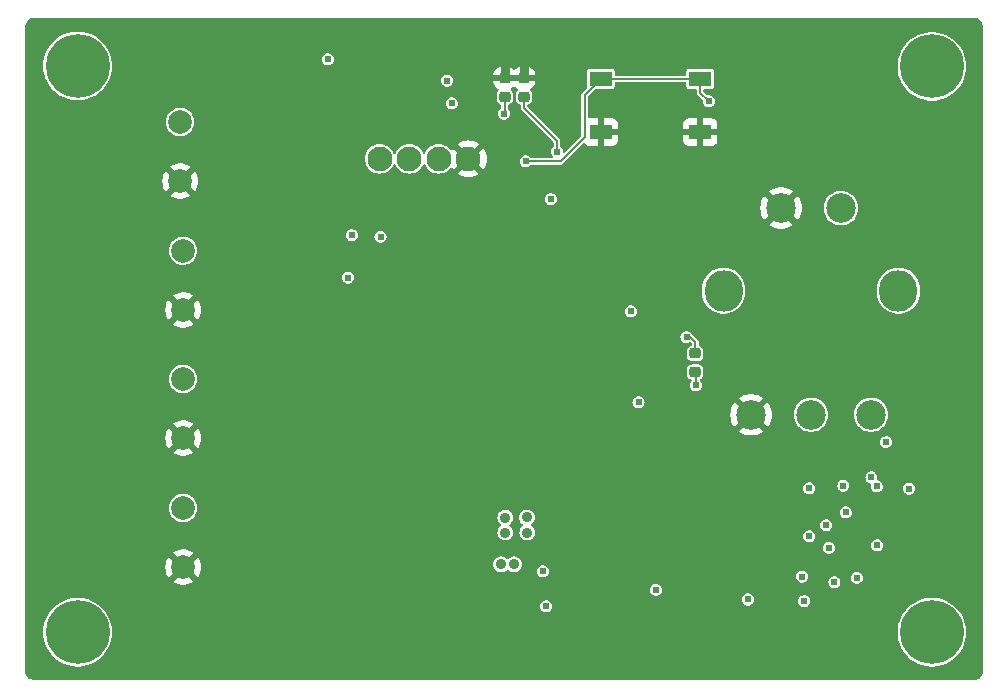
<source format=gbl>
G04 #@! TF.GenerationSoftware,KiCad,Pcbnew,7.0.9*
G04 #@! TF.CreationDate,2024-10-07T21:11:22-04:00*
G04 #@! TF.ProjectId,T12 soldering station,54313220-736f-46c6-9465-72696e672073,rev?*
G04 #@! TF.SameCoordinates,Original*
G04 #@! TF.FileFunction,Copper,L4,Bot*
G04 #@! TF.FilePolarity,Positive*
%FSLAX46Y46*%
G04 Gerber Fmt 4.6, Leading zero omitted, Abs format (unit mm)*
G04 Created by KiCad (PCBNEW 7.0.9) date 2024-10-07 21:11:22*
%MOMM*%
%LPD*%
G01*
G04 APERTURE LIST*
G04 Aperture macros list*
%AMRoundRect*
0 Rectangle with rounded corners*
0 $1 Rounding radius*
0 $2 $3 $4 $5 $6 $7 $8 $9 X,Y pos of 4 corners*
0 Add a 4 corners polygon primitive as box body*
4,1,4,$2,$3,$4,$5,$6,$7,$8,$9,$2,$3,0*
0 Add four circle primitives for the rounded corners*
1,1,$1+$1,$2,$3*
1,1,$1+$1,$4,$5*
1,1,$1+$1,$6,$7*
1,1,$1+$1,$8,$9*
0 Add four rect primitives between the rounded corners*
20,1,$1+$1,$2,$3,$4,$5,0*
20,1,$1+$1,$4,$5,$6,$7,0*
20,1,$1+$1,$6,$7,$8,$9,0*
20,1,$1+$1,$8,$9,$2,$3,0*%
G04 Aperture macros list end*
G04 #@! TA.AperFunction,ComponentPad*
%ADD10C,3.100000*%
G04 #@! TD*
G04 #@! TA.AperFunction,ConnectorPad*
%ADD11C,5.400000*%
G04 #@! TD*
G04 #@! TA.AperFunction,ComponentPad*
%ADD12C,2.000000*%
G04 #@! TD*
G04 #@! TA.AperFunction,SMDPad,CuDef*
%ADD13R,1.900000X1.300000*%
G04 #@! TD*
G04 #@! TA.AperFunction,ComponentPad*
%ADD14O,3.200000X3.500000*%
G04 #@! TD*
G04 #@! TA.AperFunction,ComponentPad*
%ADD15C,2.500000*%
G04 #@! TD*
G04 #@! TA.AperFunction,SMDPad,CuDef*
%ADD16RoundRect,0.218750X-0.256250X0.218750X-0.256250X-0.218750X0.256250X-0.218750X0.256250X0.218750X0*%
G04 #@! TD*
G04 #@! TA.AperFunction,ComponentPad*
%ADD17C,2.100000*%
G04 #@! TD*
G04 #@! TA.AperFunction,ViaPad*
%ADD18C,0.914400*%
G04 #@! TD*
G04 #@! TA.AperFunction,ViaPad*
%ADD19C,0.609600*%
G04 #@! TD*
G04 #@! TA.AperFunction,ViaPad*
%ADD20C,0.800000*%
G04 #@! TD*
G04 #@! TA.AperFunction,Conductor*
%ADD21C,0.203200*%
G04 #@! TD*
G04 #@! TA.AperFunction,Conductor*
%ADD22C,0.762000*%
G04 #@! TD*
G04 #@! TA.AperFunction,Conductor*
%ADD23C,0.152400*%
G04 #@! TD*
G04 APERTURE END LIST*
D10*
X174142400Y-103581200D03*
D11*
X174142400Y-103581200D03*
D10*
X101803200Y-103530400D03*
D11*
X101803200Y-103530400D03*
D12*
X110744000Y-130048000D03*
X110744000Y-135048000D03*
X110744000Y-119184400D03*
X110744000Y-124184400D03*
X110490000Y-108284000D03*
X110490000Y-113284000D03*
D10*
X174142400Y-151485600D03*
D11*
X174142400Y-151485600D03*
D12*
X110744000Y-140970000D03*
X110744000Y-145970000D03*
D10*
X101803200Y-151485600D03*
D11*
X101803200Y-151485600D03*
D13*
X154517200Y-104633200D03*
X146117200Y-104633200D03*
X154517200Y-109133200D03*
X146117200Y-109133200D03*
D14*
X171306200Y-122570000D03*
X156506200Y-122570000D03*
D15*
X168986200Y-133070000D03*
X163906200Y-133070000D03*
X158826200Y-133070000D03*
X166446200Y-115570000D03*
X161366200Y-115570000D03*
D16*
X154107200Y-127878100D03*
X154107200Y-129453100D03*
X137972800Y-104571700D03*
X137972800Y-106146700D03*
D17*
X134895600Y-111404400D03*
X132395600Y-111404400D03*
X129895600Y-111404400D03*
X127395600Y-111404400D03*
D16*
X139598400Y-104571700D03*
X139598400Y-106146700D03*
D18*
X136296400Y-144678400D03*
D19*
X128255922Y-117860489D03*
D18*
X115824000Y-106756200D03*
X118668800Y-111099600D03*
X155803600Y-146354800D03*
D19*
X162495388Y-148809214D03*
D18*
X152552400Y-130810000D03*
X121666000Y-117155000D03*
X120345200Y-152400000D03*
X175276400Y-141929200D03*
X141478000Y-116332000D03*
D19*
X155943617Y-106113486D03*
D18*
X118414800Y-138785600D03*
X116078000Y-103797600D03*
D20*
X141198600Y-118135400D03*
D18*
X122301000Y-108991400D03*
X138125200Y-147116800D03*
D19*
X149452585Y-124278608D03*
X140766800Y-112216700D03*
X146100800Y-110693200D03*
X173050200Y-139420600D03*
X137084297Y-107569000D03*
D18*
X137972800Y-103428800D03*
X133604000Y-128016000D03*
X153720800Y-148844000D03*
X141935200Y-119088200D03*
X175174800Y-143453200D03*
X129857000Y-108547400D03*
X145796000Y-127508000D03*
X137922000Y-140208000D03*
X156972000Y-136550400D03*
D19*
X149808642Y-132663502D03*
X165362991Y-143528610D03*
D18*
X131927600Y-143103600D03*
X139852400Y-140233400D03*
X133578600Y-143484600D03*
D19*
X154559000Y-110693200D03*
X163813806Y-138483517D03*
X167386000Y-139395200D03*
D18*
X137922000Y-128016000D03*
X131775200Y-144780000D03*
D19*
X153268418Y-125685484D03*
X170703955Y-136075868D03*
D18*
X163716000Y-141719600D03*
X131572000Y-126238000D03*
D19*
X168704283Y-144092415D03*
D18*
X135890000Y-128016000D03*
D19*
X166954200Y-147218400D03*
D18*
X147568938Y-138587462D03*
D19*
X163647102Y-144262098D03*
X143039060Y-110294259D03*
D18*
X136296400Y-143662897D03*
X130784600Y-104140000D03*
X152450800Y-144272000D03*
X123393200Y-110540800D03*
X172330000Y-140557600D03*
D19*
X164532634Y-143126834D03*
D18*
X143015000Y-151282400D03*
D19*
X133096000Y-103962697D03*
X162958423Y-146002228D03*
D18*
X139598400Y-103479600D03*
X152146000Y-120853200D03*
D19*
X167665400Y-141401800D03*
X125331273Y-122011546D03*
D18*
X132486400Y-152450800D03*
D19*
X164879516Y-146789100D03*
D18*
X133604000Y-125984000D03*
X141909800Y-140182600D03*
X146939000Y-146304000D03*
D19*
X157581225Y-148541777D03*
D18*
X116179600Y-138734800D03*
X137922000Y-125984000D03*
X120751600Y-138734800D03*
X160743900Y-139357100D03*
X135890000Y-125984000D03*
X135890000Y-124206000D03*
X133604000Y-124206000D03*
D19*
X168196556Y-138363182D03*
X122336958Y-102484218D03*
D18*
X137922000Y-124206000D03*
X135178800Y-143078200D03*
X149352000Y-128143000D03*
D19*
X134061200Y-107365800D03*
X154180594Y-131393220D03*
D18*
X139877800Y-143052800D03*
X138023600Y-143052800D03*
X137668000Y-145729600D03*
X139852400Y-141757400D03*
X138023600Y-141782800D03*
X138760200Y-145729600D03*
D19*
X125038802Y-117856000D03*
X124728820Y-121466674D03*
X169015864Y-138367404D03*
X149301200Y-132029200D03*
X137896600Y-107569000D03*
X142399300Y-110794800D03*
X167789600Y-146876518D03*
X150774400Y-147906200D03*
X170281600Y-135382000D03*
X141884400Y-114807500D03*
X165887400Y-147243800D03*
X127457200Y-118008400D03*
X172212000Y-139319600D03*
X122986800Y-102971600D03*
X133096000Y-104775000D03*
X169483810Y-139128700D03*
X166642487Y-139068054D03*
X133490075Y-106702941D03*
X158546800Y-148712100D03*
X166852600Y-141325600D03*
X155244800Y-106527600D03*
X139750800Y-111607600D03*
X141192869Y-146318217D03*
X141491000Y-149301200D03*
X163169600Y-146786600D03*
X148640800Y-124307600D03*
X163753800Y-143357600D03*
X165404800Y-144348200D03*
X165185408Y-142419756D03*
X163322000Y-148844000D03*
X169516130Y-144119600D03*
X153365200Y-126492000D03*
X154152600Y-130581400D03*
X163753800Y-139293600D03*
D21*
X139420700Y-104876500D02*
X139471400Y-104825800D01*
D22*
X139598400Y-104571700D02*
X139598400Y-103479600D01*
X137972800Y-104571700D02*
X137972800Y-103428800D01*
D23*
X125035218Y-117856000D02*
X124968000Y-117923218D01*
X125038802Y-117856000D02*
X125035218Y-117856000D01*
X137896600Y-107569000D02*
X137972800Y-107492800D01*
X137972800Y-107492800D02*
X137972800Y-106146700D01*
X142399300Y-110794800D02*
X142399300Y-109887300D01*
X142399300Y-109887300D02*
X139598400Y-107086400D01*
X139598400Y-107086400D02*
X139598400Y-106146700D01*
X144744000Y-109590522D02*
X144744000Y-106006400D01*
X139750800Y-111607600D02*
X142726922Y-111607600D01*
X154517200Y-105800000D02*
X155244800Y-106527600D01*
X154517200Y-104633200D02*
X154517200Y-105800000D01*
X146117200Y-104633200D02*
X154517200Y-104633200D01*
X142726922Y-111607600D02*
X144744000Y-109590522D01*
X144744000Y-106006400D02*
X146117200Y-104633200D01*
X153670000Y-126492000D02*
X154107200Y-126929200D01*
X153365200Y-126492000D02*
X153670000Y-126492000D01*
X154107200Y-126929200D02*
X154107200Y-127878100D01*
D21*
X154152600Y-129498500D02*
X154107200Y-129453100D01*
X154152600Y-130581400D02*
X154152600Y-129498500D01*
G04 #@! TA.AperFunction,Conductor*
G36*
X177677381Y-99447867D02*
G01*
X177729417Y-99453243D01*
X177825637Y-99463186D01*
X177845871Y-99467413D01*
X177980429Y-99510352D01*
X177999378Y-99518630D01*
X178122311Y-99588176D01*
X178139169Y-99600155D01*
X178245285Y-99693370D01*
X178259335Y-99708541D01*
X178344145Y-99821481D01*
X178354798Y-99839207D01*
X178414723Y-99967105D01*
X178421526Y-99986634D01*
X178454032Y-100124084D01*
X178456697Y-100144593D01*
X178460321Y-100282412D01*
X178460080Y-100288067D01*
X178460083Y-100302040D01*
X178459936Y-100305901D01*
X178457580Y-100336574D01*
X178458763Y-100346409D01*
X178457904Y-100346512D01*
X178460096Y-100360270D01*
X178472820Y-154751542D01*
X178472577Y-154756488D01*
X178458644Y-154897923D01*
X178454797Y-154917265D01*
X178415693Y-155046166D01*
X178408146Y-155064385D01*
X178344650Y-155183177D01*
X178333693Y-155199575D01*
X178248240Y-155303698D01*
X178234296Y-155317642D01*
X178130173Y-155403094D01*
X178113776Y-155414050D01*
X177994984Y-155477546D01*
X177976765Y-155485093D01*
X177847864Y-155524197D01*
X177828523Y-155528044D01*
X177772316Y-155533581D01*
X177687063Y-155541979D01*
X177682147Y-155542221D01*
X98165453Y-155542221D01*
X98160536Y-155541979D01*
X98069454Y-155533007D01*
X98019076Y-155528044D01*
X97999735Y-155524197D01*
X97870834Y-155485093D01*
X97852616Y-155477546D01*
X97733821Y-155414049D01*
X97717423Y-155403092D01*
X97613301Y-155317640D01*
X97599358Y-155303697D01*
X97524899Y-155212970D01*
X97513905Y-155199574D01*
X97502950Y-155183178D01*
X97439453Y-155064383D01*
X97431906Y-155046165D01*
X97416474Y-154995297D01*
X97392801Y-154917261D01*
X97388955Y-154897922D01*
X97377038Y-154776951D01*
X97375020Y-154756464D01*
X97374779Y-154751547D01*
X97374779Y-151485600D01*
X98894579Y-151485600D01*
X98914245Y-151823264D01*
X98972981Y-152156375D01*
X99069989Y-152480405D01*
X99203964Y-152790993D01*
X99203967Y-152790998D01*
X99373084Y-153083915D01*
X99575068Y-153355227D01*
X99807189Y-153601260D01*
X100066280Y-153818663D01*
X100066284Y-153818665D01*
X100066292Y-153818672D01*
X100348889Y-154004540D01*
X100651154Y-154156343D01*
X100651161Y-154156345D01*
X100651162Y-154156346D01*
X100968989Y-154272025D01*
X100968991Y-154272025D01*
X100968998Y-154272028D01*
X101298123Y-154350033D01*
X101522093Y-154376211D01*
X101634078Y-154389300D01*
X101634079Y-154389300D01*
X101972322Y-154389300D01*
X102056310Y-154379483D01*
X102308277Y-154350033D01*
X102637402Y-154272028D01*
X102955246Y-154156343D01*
X103257511Y-154004540D01*
X103540108Y-153818672D01*
X103799217Y-153601254D01*
X104031333Y-153355226D01*
X104233317Y-153083913D01*
X104402439Y-152790987D01*
X104536410Y-152480407D01*
X104633419Y-152156374D01*
X104692154Y-151823270D01*
X104711821Y-151485600D01*
X171233779Y-151485600D01*
X171253445Y-151823264D01*
X171312181Y-152156375D01*
X171409189Y-152480405D01*
X171543164Y-152790993D01*
X171543167Y-152790998D01*
X171712284Y-153083915D01*
X171914268Y-153355227D01*
X172146389Y-153601260D01*
X172405480Y-153818663D01*
X172405484Y-153818665D01*
X172405492Y-153818672D01*
X172688089Y-154004540D01*
X172990354Y-154156343D01*
X172990361Y-154156345D01*
X172990362Y-154156346D01*
X173308189Y-154272025D01*
X173308191Y-154272025D01*
X173308198Y-154272028D01*
X173637323Y-154350033D01*
X173861293Y-154376211D01*
X173973278Y-154389300D01*
X173973279Y-154389300D01*
X174311522Y-154389300D01*
X174395510Y-154379483D01*
X174647477Y-154350033D01*
X174976602Y-154272028D01*
X175294446Y-154156343D01*
X175596711Y-154004540D01*
X175879308Y-153818672D01*
X176138417Y-153601254D01*
X176370533Y-153355226D01*
X176572517Y-153083913D01*
X176741639Y-152790987D01*
X176875610Y-152480407D01*
X176972619Y-152156374D01*
X177031354Y-151823270D01*
X177051021Y-151485600D01*
X177031354Y-151147930D01*
X176972619Y-150814826D01*
X176875610Y-150490793D01*
X176741639Y-150180213D01*
X176572517Y-149887287D01*
X176370533Y-149615974D01*
X176138417Y-149369946D01*
X176138415Y-149369944D01*
X176138410Y-149369939D01*
X175879319Y-149152536D01*
X175879314Y-149152533D01*
X175879313Y-149152532D01*
X175879308Y-149152528D01*
X175596711Y-148966660D01*
X175294446Y-148814857D01*
X175294442Y-148814855D01*
X175294439Y-148814854D01*
X175294437Y-148814853D01*
X174976610Y-148699174D01*
X174976594Y-148699170D01*
X174647483Y-148621168D01*
X174647474Y-148621166D01*
X174311522Y-148581900D01*
X174311521Y-148581900D01*
X173973279Y-148581900D01*
X173973278Y-148581900D01*
X173637325Y-148621166D01*
X173637316Y-148621168D01*
X173308205Y-148699170D01*
X173308189Y-148699174D01*
X172990362Y-148814853D01*
X172990360Y-148814854D01*
X172688092Y-148966658D01*
X172688089Y-148966660D01*
X172405492Y-149152528D01*
X172405489Y-149152529D01*
X172405485Y-149152533D01*
X172405480Y-149152536D01*
X172146389Y-149369939D01*
X171914268Y-149615972D01*
X171712284Y-149887284D01*
X171543167Y-150180201D01*
X171543164Y-150180206D01*
X171409189Y-150490794D01*
X171312181Y-150814824D01*
X171253445Y-151147935D01*
X171233779Y-151485600D01*
X104711821Y-151485600D01*
X104692154Y-151147930D01*
X104633419Y-150814826D01*
X104536410Y-150490793D01*
X104402439Y-150180213D01*
X104233317Y-149887287D01*
X104031333Y-149615974D01*
X103799217Y-149369946D01*
X103799215Y-149369944D01*
X103799210Y-149369939D01*
X103717290Y-149301200D01*
X140977271Y-149301200D01*
X140998080Y-149445933D01*
X141058822Y-149578940D01*
X141058823Y-149578941D01*
X141058824Y-149578943D01*
X141154579Y-149689450D01*
X141277589Y-149768504D01*
X141417889Y-149809700D01*
X141564111Y-149809700D01*
X141704411Y-149768504D01*
X141827421Y-149689450D01*
X141923176Y-149578943D01*
X141983919Y-149445934D01*
X142004729Y-149301200D01*
X141983919Y-149156466D01*
X141923176Y-149023457D01*
X141827421Y-148912950D01*
X141720133Y-148844000D01*
X141704410Y-148833895D01*
X141564111Y-148792700D01*
X141417889Y-148792700D01*
X141277590Y-148833895D01*
X141277589Y-148833895D01*
X141154577Y-148912951D01*
X141058822Y-149023459D01*
X140998080Y-149156466D01*
X140977271Y-149301200D01*
X103717290Y-149301200D01*
X103540119Y-149152536D01*
X103540114Y-149152533D01*
X103540113Y-149152532D01*
X103540108Y-149152528D01*
X103257511Y-148966660D01*
X102955246Y-148814857D01*
X102955242Y-148814855D01*
X102955239Y-148814854D01*
X102955237Y-148814853D01*
X102672924Y-148712100D01*
X158033071Y-148712100D01*
X158053880Y-148856833D01*
X158114622Y-148989840D01*
X158114623Y-148989841D01*
X158114624Y-148989843D01*
X158210379Y-149100350D01*
X158333389Y-149179404D01*
X158473689Y-149220600D01*
X158619911Y-149220600D01*
X158760211Y-149179404D01*
X158883221Y-149100350D01*
X158978976Y-148989843D01*
X159039719Y-148856834D01*
X159041564Y-148844000D01*
X162808271Y-148844000D01*
X162829080Y-148988733D01*
X162889822Y-149121740D01*
X162889823Y-149121741D01*
X162889824Y-149121743D01*
X162985579Y-149232250D01*
X163108589Y-149311304D01*
X163248889Y-149352500D01*
X163395111Y-149352500D01*
X163535411Y-149311304D01*
X163658421Y-149232250D01*
X163754176Y-149121743D01*
X163814919Y-148988734D01*
X163835729Y-148844000D01*
X163814919Y-148699266D01*
X163779253Y-148621168D01*
X163754177Y-148566259D01*
X163754176Y-148566258D01*
X163754176Y-148566257D01*
X163658421Y-148455750D01*
X163594545Y-148414699D01*
X163535410Y-148376695D01*
X163395111Y-148335500D01*
X163248889Y-148335500D01*
X163108590Y-148376695D01*
X163108589Y-148376695D01*
X162985577Y-148455751D01*
X162889822Y-148566259D01*
X162829080Y-148699266D01*
X162808271Y-148844000D01*
X159041564Y-148844000D01*
X159060529Y-148712100D01*
X159039719Y-148567366D01*
X158978976Y-148434357D01*
X158883221Y-148323850D01*
X158821716Y-148284323D01*
X158760210Y-148244795D01*
X158619911Y-148203600D01*
X158473689Y-148203600D01*
X158333390Y-148244795D01*
X158333389Y-148244795D01*
X158210377Y-148323851D01*
X158114622Y-148434359D01*
X158053880Y-148567366D01*
X158033071Y-148712100D01*
X102672924Y-148712100D01*
X102637410Y-148699174D01*
X102637394Y-148699170D01*
X102308283Y-148621168D01*
X102308274Y-148621166D01*
X101972322Y-148581900D01*
X101972321Y-148581900D01*
X101634079Y-148581900D01*
X101634078Y-148581900D01*
X101298125Y-148621166D01*
X101298116Y-148621168D01*
X100969005Y-148699170D01*
X100968989Y-148699174D01*
X100651162Y-148814853D01*
X100651160Y-148814854D01*
X100348892Y-148966658D01*
X100348889Y-148966660D01*
X100066292Y-149152528D01*
X100066289Y-149152529D01*
X100066285Y-149152533D01*
X100066280Y-149152536D01*
X99807189Y-149369939D01*
X99575068Y-149615972D01*
X99373084Y-149887284D01*
X99203967Y-150180201D01*
X99203964Y-150180206D01*
X99069989Y-150490794D01*
X98972981Y-150814824D01*
X98914245Y-151147935D01*
X98894579Y-151485600D01*
X97374779Y-151485600D01*
X97374779Y-147906200D01*
X150260671Y-147906200D01*
X150281480Y-148050933D01*
X150342222Y-148183940D01*
X150342223Y-148183941D01*
X150342224Y-148183943D01*
X150437979Y-148294450D01*
X150560989Y-148373504D01*
X150701289Y-148414700D01*
X150847511Y-148414700D01*
X150987811Y-148373504D01*
X151110821Y-148294450D01*
X151206576Y-148183943D01*
X151267319Y-148050934D01*
X151288129Y-147906200D01*
X151267319Y-147761466D01*
X151206576Y-147628457D01*
X151110821Y-147517950D01*
X151036208Y-147469999D01*
X150987810Y-147438895D01*
X150847511Y-147397700D01*
X150701289Y-147397700D01*
X150560990Y-147438895D01*
X150560989Y-147438895D01*
X150437977Y-147517951D01*
X150342222Y-147628459D01*
X150281480Y-147761466D01*
X150260671Y-147906200D01*
X97374779Y-147906200D01*
X97374779Y-145970005D01*
X109238859Y-145970005D01*
X109259385Y-146217731D01*
X109320413Y-146458720D01*
X109420269Y-146686371D01*
X109520563Y-146839881D01*
X110181265Y-146179179D01*
X110219946Y-146272562D01*
X110316112Y-146397888D01*
X110441438Y-146494054D01*
X110534818Y-146532733D01*
X109873942Y-147193609D01*
X109873942Y-147193611D01*
X109920763Y-147230052D01*
X110139391Y-147348367D01*
X110139392Y-147348368D01*
X110374510Y-147429083D01*
X110619700Y-147469999D01*
X110619710Y-147470000D01*
X110868290Y-147470000D01*
X110868299Y-147469999D01*
X111113489Y-147429083D01*
X111348607Y-147348368D01*
X111348608Y-147348367D01*
X111567226Y-147230058D01*
X111614056Y-147193609D01*
X110953180Y-146532733D01*
X111046562Y-146494054D01*
X111171888Y-146397888D01*
X111268054Y-146272563D01*
X111306733Y-146179180D01*
X111967434Y-146839881D01*
X112067729Y-146686373D01*
X112167586Y-146458720D01*
X112228614Y-146217731D01*
X112249141Y-145970005D01*
X112249141Y-145969994D01*
X112229222Y-145729603D01*
X137002246Y-145729603D01*
X137021591Y-145888923D01*
X137078504Y-146038991D01*
X137078504Y-146038992D01*
X137121900Y-146101861D01*
X137169676Y-146171077D01*
X137289809Y-146277505D01*
X137431920Y-146352091D01*
X137587752Y-146390500D01*
X137587756Y-146390500D01*
X137748244Y-146390500D01*
X137748248Y-146390500D01*
X137904080Y-146352091D01*
X138046191Y-146277505D01*
X138147390Y-146187851D01*
X138204391Y-146163021D01*
X138265101Y-146176437D01*
X138280810Y-146187851D01*
X138382009Y-146277505D01*
X138524120Y-146352091D01*
X138679952Y-146390500D01*
X138679956Y-146390500D01*
X138840444Y-146390500D01*
X138840448Y-146390500D01*
X138996280Y-146352091D01*
X139060821Y-146318217D01*
X140679140Y-146318217D01*
X140699949Y-146462950D01*
X140760691Y-146595957D01*
X140760692Y-146595958D01*
X140760693Y-146595960D01*
X140856448Y-146706467D01*
X140979458Y-146785521D01*
X141119758Y-146826717D01*
X141265980Y-146826717D01*
X141402605Y-146786600D01*
X162655871Y-146786600D01*
X162676680Y-146931333D01*
X162737422Y-147064340D01*
X162737423Y-147064341D01*
X162737424Y-147064343D01*
X162767512Y-147099066D01*
X162815338Y-147154261D01*
X162833179Y-147174850D01*
X162956189Y-147253904D01*
X163096489Y-147295100D01*
X163242711Y-147295100D01*
X163383011Y-147253904D01*
X163398733Y-147243800D01*
X165373671Y-147243800D01*
X165394480Y-147388533D01*
X165455222Y-147521540D01*
X165455223Y-147521541D01*
X165455224Y-147521543D01*
X165521473Y-147597998D01*
X165547865Y-147628457D01*
X165550979Y-147632050D01*
X165673989Y-147711104D01*
X165814289Y-147752300D01*
X165960511Y-147752300D01*
X166100811Y-147711104D01*
X166223821Y-147632050D01*
X166319576Y-147521543D01*
X166380319Y-147388534D01*
X166401129Y-147243800D01*
X166380319Y-147099066D01*
X166319576Y-146966057D01*
X166241990Y-146876518D01*
X167275871Y-146876518D01*
X167296680Y-147021251D01*
X167357422Y-147154258D01*
X167357423Y-147154259D01*
X167357424Y-147154261D01*
X167453179Y-147264768D01*
X167576189Y-147343822D01*
X167716489Y-147385018D01*
X167862711Y-147385018D01*
X168003011Y-147343822D01*
X168126021Y-147264768D01*
X168221776Y-147154261D01*
X168282519Y-147021252D01*
X168303329Y-146876518D01*
X168282519Y-146731784D01*
X168221776Y-146598775D01*
X168126021Y-146488268D01*
X168064516Y-146448741D01*
X168003010Y-146409213D01*
X167862711Y-146368018D01*
X167716489Y-146368018D01*
X167576190Y-146409213D01*
X167576189Y-146409213D01*
X167453177Y-146488269D01*
X167357422Y-146598777D01*
X167296680Y-146731784D01*
X167275871Y-146876518D01*
X166241990Y-146876518D01*
X166223821Y-146855550D01*
X166116533Y-146786600D01*
X166100810Y-146776495D01*
X165960511Y-146735300D01*
X165814289Y-146735300D01*
X165673990Y-146776495D01*
X165673989Y-146776495D01*
X165550977Y-146855551D01*
X165455222Y-146966059D01*
X165394480Y-147099066D01*
X165373671Y-147243800D01*
X163398733Y-147243800D01*
X163506021Y-147174850D01*
X163601776Y-147064343D01*
X163662519Y-146931334D01*
X163683329Y-146786600D01*
X163662519Y-146641866D01*
X163642840Y-146598775D01*
X163601777Y-146508859D01*
X163601776Y-146508858D01*
X163601776Y-146508857D01*
X163506021Y-146398350D01*
X163389635Y-146323553D01*
X163383010Y-146319295D01*
X163242711Y-146278100D01*
X163096489Y-146278100D01*
X162956190Y-146319295D01*
X162956189Y-146319295D01*
X162833177Y-146398351D01*
X162737422Y-146508859D01*
X162676680Y-146641866D01*
X162655871Y-146786600D01*
X141402605Y-146786600D01*
X141406280Y-146785521D01*
X141529290Y-146706467D01*
X141625045Y-146595960D01*
X141685788Y-146462951D01*
X141706598Y-146318217D01*
X141685788Y-146173483D01*
X141625045Y-146040474D01*
X141529290Y-145929967D01*
X141465425Y-145888923D01*
X141406279Y-145850912D01*
X141265980Y-145809717D01*
X141119758Y-145809717D01*
X140979459Y-145850912D01*
X140979458Y-145850912D01*
X140856446Y-145929968D01*
X140760691Y-146040476D01*
X140699949Y-146173483D01*
X140679140Y-146318217D01*
X139060821Y-146318217D01*
X139138391Y-146277505D01*
X139258524Y-146171077D01*
X139349696Y-146038991D01*
X139406608Y-145888925D01*
X139425954Y-145729600D01*
X139406608Y-145570275D01*
X139349696Y-145420209D01*
X139258524Y-145288123D01*
X139138391Y-145181695D01*
X138996280Y-145107109D01*
X138917268Y-145087634D01*
X138840450Y-145068700D01*
X138840448Y-145068700D01*
X138679952Y-145068700D01*
X138679949Y-145068700D01*
X138564722Y-145097101D01*
X138524120Y-145107109D01*
X138524119Y-145107109D01*
X138524117Y-145107110D01*
X138382009Y-145181694D01*
X138280809Y-145271349D01*
X138223808Y-145296178D01*
X138163099Y-145282762D01*
X138147391Y-145271349D01*
X138046190Y-145181694D01*
X137904082Y-145107110D01*
X137904081Y-145107109D01*
X137904080Y-145107109D01*
X137825068Y-145087634D01*
X137748250Y-145068700D01*
X137748248Y-145068700D01*
X137587752Y-145068700D01*
X137587749Y-145068700D01*
X137472522Y-145097101D01*
X137431920Y-145107109D01*
X137431919Y-145107109D01*
X137431917Y-145107110D01*
X137289812Y-145181693D01*
X137289810Y-145181694D01*
X137289809Y-145181695D01*
X137169676Y-145288123D01*
X137169675Y-145288124D01*
X137078504Y-145420207D01*
X137078504Y-145420208D01*
X137021591Y-145570276D01*
X137002246Y-145729596D01*
X137002246Y-145729603D01*
X112229222Y-145729603D01*
X112228614Y-145722268D01*
X112167586Y-145481279D01*
X112067730Y-145253628D01*
X111967435Y-145100116D01*
X111306733Y-145760818D01*
X111268054Y-145667438D01*
X111171888Y-145542112D01*
X111046562Y-145445946D01*
X110953179Y-145407265D01*
X111614056Y-144746388D01*
X111567236Y-144709947D01*
X111348608Y-144591632D01*
X111348607Y-144591631D01*
X111113489Y-144510916D01*
X110868299Y-144470000D01*
X110619700Y-144470000D01*
X110374510Y-144510916D01*
X110139392Y-144591631D01*
X110139391Y-144591632D01*
X109920771Y-144709942D01*
X109920763Y-144709948D01*
X109873942Y-144746388D01*
X109873942Y-144746389D01*
X110534819Y-145407266D01*
X110441438Y-145445946D01*
X110316112Y-145542112D01*
X110219946Y-145667437D01*
X110181266Y-145760819D01*
X109520563Y-145100117D01*
X109420269Y-145253628D01*
X109320413Y-145481279D01*
X109259385Y-145722268D01*
X109238859Y-145969994D01*
X109238859Y-145970005D01*
X97374779Y-145970005D01*
X97374779Y-144348200D01*
X164891071Y-144348200D01*
X164911880Y-144492933D01*
X164972622Y-144625940D01*
X164972623Y-144625941D01*
X164972624Y-144625943D01*
X165068379Y-144736450D01*
X165191389Y-144815504D01*
X165331689Y-144856700D01*
X165477911Y-144856700D01*
X165618211Y-144815504D01*
X165741221Y-144736450D01*
X165836976Y-144625943D01*
X165897719Y-144492934D01*
X165918529Y-144348200D01*
X165897719Y-144203466D01*
X165859419Y-144119600D01*
X169002401Y-144119600D01*
X169023210Y-144264333D01*
X169083952Y-144397340D01*
X169083953Y-144397341D01*
X169083954Y-144397343D01*
X169179709Y-144507850D01*
X169302719Y-144586904D01*
X169443019Y-144628100D01*
X169589241Y-144628100D01*
X169729541Y-144586904D01*
X169852551Y-144507850D01*
X169948306Y-144397343D01*
X170009049Y-144264334D01*
X170029859Y-144119600D01*
X170009049Y-143974866D01*
X170002237Y-143959950D01*
X169948307Y-143841859D01*
X169948306Y-143841858D01*
X169948306Y-143841857D01*
X169852551Y-143731350D01*
X169765319Y-143675289D01*
X169729540Y-143652295D01*
X169589241Y-143611100D01*
X169443019Y-143611100D01*
X169302720Y-143652295D01*
X169302719Y-143652295D01*
X169179707Y-143731351D01*
X169083952Y-143841859D01*
X169023210Y-143974866D01*
X169002401Y-144119600D01*
X165859419Y-144119600D01*
X165836976Y-144070457D01*
X165741221Y-143959950D01*
X165679716Y-143920423D01*
X165618210Y-143880895D01*
X165477911Y-143839700D01*
X165331689Y-143839700D01*
X165191390Y-143880895D01*
X165191389Y-143880895D01*
X165068377Y-143959951D01*
X164972622Y-144070459D01*
X164911880Y-144203466D01*
X164891071Y-144348200D01*
X97374779Y-144348200D01*
X97374779Y-143052803D01*
X137357846Y-143052803D01*
X137377191Y-143212123D01*
X137434104Y-143362191D01*
X137434104Y-143362192D01*
X137492876Y-143447338D01*
X137525276Y-143494277D01*
X137645409Y-143600705D01*
X137787520Y-143675291D01*
X137943352Y-143713700D01*
X137943356Y-143713700D01*
X138103844Y-143713700D01*
X138103848Y-143713700D01*
X138259680Y-143675291D01*
X138401791Y-143600705D01*
X138521924Y-143494277D01*
X138613096Y-143362191D01*
X138670008Y-143212125D01*
X138677746Y-143148395D01*
X138689354Y-143052803D01*
X138689354Y-143052796D01*
X138670008Y-142893476D01*
X138667575Y-142887060D01*
X138613096Y-142743409D01*
X138521924Y-142611323D01*
X138401791Y-142504895D01*
X138401787Y-142504893D01*
X138401784Y-142504890D01*
X138396780Y-142501436D01*
X138398220Y-142499349D01*
X138362138Y-142462387D01*
X138353154Y-142400865D01*
X138382046Y-142345812D01*
X138397213Y-142334792D01*
X138396780Y-142334164D01*
X138401784Y-142330709D01*
X138401784Y-142330708D01*
X138401791Y-142330705D01*
X138521924Y-142224277D01*
X138613096Y-142092191D01*
X138670008Y-141942125D01*
X138688127Y-141792904D01*
X138689354Y-141782803D01*
X138689354Y-141782796D01*
X138686271Y-141757403D01*
X139186646Y-141757403D01*
X139205991Y-141916723D01*
X139262904Y-142066791D01*
X139262904Y-142066792D01*
X139308404Y-142132710D01*
X139354076Y-142198877D01*
X139474209Y-142305305D01*
X139507330Y-142322688D01*
X139550759Y-142367180D01*
X139559743Y-142428702D01*
X139530849Y-142483754D01*
X139507335Y-142500839D01*
X139499614Y-142504891D01*
X139379475Y-142611324D01*
X139288304Y-142743407D01*
X139288304Y-142743408D01*
X139231391Y-142893476D01*
X139212046Y-143052796D01*
X139212046Y-143052803D01*
X139231391Y-143212123D01*
X139288304Y-143362191D01*
X139288304Y-143362192D01*
X139347076Y-143447338D01*
X139379476Y-143494277D01*
X139499609Y-143600705D01*
X139641720Y-143675291D01*
X139797552Y-143713700D01*
X139797556Y-143713700D01*
X139958044Y-143713700D01*
X139958048Y-143713700D01*
X140113880Y-143675291D01*
X140255991Y-143600705D01*
X140376124Y-143494277D01*
X140467296Y-143362191D01*
X140469037Y-143357600D01*
X163240071Y-143357600D01*
X163260880Y-143502333D01*
X163321622Y-143635340D01*
X163321623Y-143635341D01*
X163321624Y-143635343D01*
X163356239Y-143675291D01*
X163404815Y-143731351D01*
X163417379Y-143745850D01*
X163540389Y-143824904D01*
X163680689Y-143866100D01*
X163826911Y-143866100D01*
X163967211Y-143824904D01*
X164090221Y-143745850D01*
X164185976Y-143635343D01*
X164246719Y-143502334D01*
X164267529Y-143357600D01*
X164246719Y-143212866D01*
X164185976Y-143079857D01*
X164090221Y-142969350D01*
X164026276Y-142928255D01*
X163967210Y-142890295D01*
X163826911Y-142849100D01*
X163680689Y-142849100D01*
X163540390Y-142890295D01*
X163540389Y-142890295D01*
X163417377Y-142969351D01*
X163321622Y-143079859D01*
X163260880Y-143212866D01*
X163240071Y-143357600D01*
X140469037Y-143357600D01*
X140524208Y-143212125D01*
X140531946Y-143148395D01*
X140543554Y-143052803D01*
X140543554Y-143052796D01*
X140524208Y-142893476D01*
X140521775Y-142887060D01*
X140467296Y-142743409D01*
X140376124Y-142611323D01*
X140255991Y-142504895D01*
X140222867Y-142487510D01*
X140179439Y-142443018D01*
X140176042Y-142419756D01*
X164671679Y-142419756D01*
X164692488Y-142564489D01*
X164753230Y-142697496D01*
X164753231Y-142697497D01*
X164753232Y-142697499D01*
X164848987Y-142808006D01*
X164971997Y-142887060D01*
X165112297Y-142928256D01*
X165258519Y-142928256D01*
X165398819Y-142887060D01*
X165521829Y-142808006D01*
X165617584Y-142697499D01*
X165678327Y-142564490D01*
X165699137Y-142419756D01*
X165678327Y-142275022D01*
X165617584Y-142142013D01*
X165521829Y-142031506D01*
X165460324Y-141991979D01*
X165398818Y-141952451D01*
X165258519Y-141911256D01*
X165112297Y-141911256D01*
X164971998Y-141952451D01*
X164971997Y-141952451D01*
X164848985Y-142031507D01*
X164753230Y-142142015D01*
X164692488Y-142275022D01*
X164671679Y-142419756D01*
X140176042Y-142419756D01*
X140170456Y-142381496D01*
X140199350Y-142326444D01*
X140222865Y-142309359D01*
X140230591Y-142305305D01*
X140350724Y-142198877D01*
X140441896Y-142066791D01*
X140498808Y-141916725D01*
X140513843Y-141792904D01*
X140518154Y-141757403D01*
X140518154Y-141757396D01*
X140501892Y-141623475D01*
X140498808Y-141598075D01*
X140441896Y-141448009D01*
X140357404Y-141325600D01*
X166338871Y-141325600D01*
X166359680Y-141470333D01*
X166420422Y-141603340D01*
X166420423Y-141603341D01*
X166420424Y-141603343D01*
X166516179Y-141713850D01*
X166639189Y-141792904D01*
X166779489Y-141834100D01*
X166925711Y-141834100D01*
X167066011Y-141792904D01*
X167189021Y-141713850D01*
X167284776Y-141603343D01*
X167345519Y-141470334D01*
X167366329Y-141325600D01*
X167345519Y-141180866D01*
X167318590Y-141121900D01*
X167284777Y-141047859D01*
X167284776Y-141047858D01*
X167284776Y-141047857D01*
X167189021Y-140937350D01*
X167127516Y-140897823D01*
X167066010Y-140858295D01*
X166925711Y-140817100D01*
X166779489Y-140817100D01*
X166639190Y-140858295D01*
X166639189Y-140858295D01*
X166516177Y-140937351D01*
X166420422Y-141047859D01*
X166359680Y-141180866D01*
X166338871Y-141325600D01*
X140357404Y-141325600D01*
X140350724Y-141315923D01*
X140230591Y-141209495D01*
X140088480Y-141134909D01*
X140009468Y-141115434D01*
X139932650Y-141096500D01*
X139932648Y-141096500D01*
X139772152Y-141096500D01*
X139772149Y-141096500D01*
X139656922Y-141124901D01*
X139616320Y-141134909D01*
X139616319Y-141134909D01*
X139616317Y-141134910D01*
X139474212Y-141209493D01*
X139474210Y-141209494D01*
X139474209Y-141209495D01*
X139354076Y-141315923D01*
X139354075Y-141315924D01*
X139262904Y-141448007D01*
X139262904Y-141448008D01*
X139205991Y-141598076D01*
X139186646Y-141757396D01*
X139186646Y-141757403D01*
X138686271Y-141757403D01*
X138670008Y-141623476D01*
X138662373Y-141603343D01*
X138613096Y-141473409D01*
X138610973Y-141470334D01*
X138567043Y-141406690D01*
X138521924Y-141341323D01*
X138401791Y-141234895D01*
X138259680Y-141160309D01*
X138156628Y-141134909D01*
X138103850Y-141121900D01*
X138103848Y-141121900D01*
X137943352Y-141121900D01*
X137943349Y-141121900D01*
X137828122Y-141150301D01*
X137787520Y-141160309D01*
X137787519Y-141160309D01*
X137787517Y-141160310D01*
X137645412Y-141234893D01*
X137645410Y-141234894D01*
X137645409Y-141234895D01*
X137553947Y-141315923D01*
X137525275Y-141341324D01*
X137434104Y-141473407D01*
X137434104Y-141473408D01*
X137377191Y-141623476D01*
X137357846Y-141782796D01*
X137357846Y-141782803D01*
X137377191Y-141942123D01*
X137434104Y-142092191D01*
X137434104Y-142092192D01*
X137468493Y-142142013D01*
X137525276Y-142224277D01*
X137645409Y-142330705D01*
X137645412Y-142330706D01*
X137645415Y-142330709D01*
X137650420Y-142334164D01*
X137648982Y-142336246D01*
X137685072Y-142373236D01*
X137694041Y-142434760D01*
X137665134Y-142489806D01*
X137649988Y-142500810D01*
X137650420Y-142501436D01*
X137645415Y-142504890D01*
X137525275Y-142611324D01*
X137434104Y-142743407D01*
X137434104Y-142743408D01*
X137377191Y-142893476D01*
X137357846Y-143052796D01*
X137357846Y-143052803D01*
X97374779Y-143052803D01*
X97374779Y-140970000D01*
X109535143Y-140970000D01*
X109555725Y-141192126D01*
X109555726Y-141192129D01*
X109616774Y-141406691D01*
X109616775Y-141406693D01*
X109716206Y-141606376D01*
X109716207Y-141606377D01*
X109716209Y-141606381D01*
X109850644Y-141784402D01*
X110015491Y-141934681D01*
X110015495Y-141934684D01*
X110015501Y-141934689D01*
X110205166Y-142052124D01*
X110413181Y-142132710D01*
X110462948Y-142142013D01*
X110632459Y-142173700D01*
X110632461Y-142173700D01*
X110855540Y-142173700D01*
X110938271Y-142158234D01*
X111074819Y-142132710D01*
X111282834Y-142052124D01*
X111472499Y-141934689D01*
X111637356Y-141784402D01*
X111771791Y-141606381D01*
X111871226Y-141406690D01*
X111932274Y-141192127D01*
X111952857Y-140970000D01*
X111932274Y-140747873D01*
X111871226Y-140533310D01*
X111771791Y-140333619D01*
X111637356Y-140155598D01*
X111637355Y-140155597D01*
X111472508Y-140005318D01*
X111472503Y-140005314D01*
X111472499Y-140005311D01*
X111282834Y-139887876D01*
X111282830Y-139887874D01*
X111074817Y-139807289D01*
X111074812Y-139807288D01*
X110855541Y-139766300D01*
X110855539Y-139766300D01*
X110632461Y-139766300D01*
X110632459Y-139766300D01*
X110413187Y-139807288D01*
X110413182Y-139807289D01*
X110205169Y-139887874D01*
X110205165Y-139887876D01*
X110087730Y-139960588D01*
X110015501Y-140005311D01*
X110015500Y-140005312D01*
X110015491Y-140005318D01*
X109850644Y-140155597D01*
X109793474Y-140231302D01*
X109716209Y-140333619D01*
X109716207Y-140333623D01*
X109716206Y-140333623D01*
X109616775Y-140533306D01*
X109616774Y-140533308D01*
X109555726Y-140747870D01*
X109555725Y-140747873D01*
X109535143Y-140970000D01*
X97374779Y-140970000D01*
X97374779Y-139293600D01*
X163240071Y-139293600D01*
X163260880Y-139438333D01*
X163321622Y-139571340D01*
X163321623Y-139571341D01*
X163321624Y-139571343D01*
X163417379Y-139681850D01*
X163540389Y-139760904D01*
X163680689Y-139802100D01*
X163826911Y-139802100D01*
X163967211Y-139760904D01*
X164090221Y-139681850D01*
X164185976Y-139571343D01*
X164246719Y-139438334D01*
X164267529Y-139293600D01*
X164246719Y-139148866D01*
X164209814Y-139068054D01*
X166128758Y-139068054D01*
X166149567Y-139212787D01*
X166210309Y-139345794D01*
X166210310Y-139345795D01*
X166210311Y-139345797D01*
X166306066Y-139456304D01*
X166429076Y-139535358D01*
X166569376Y-139576554D01*
X166715598Y-139576554D01*
X166855898Y-139535358D01*
X166978908Y-139456304D01*
X167074663Y-139345797D01*
X167135406Y-139212788D01*
X167156216Y-139068054D01*
X167135406Y-138923320D01*
X167074663Y-138790311D01*
X166978908Y-138679804D01*
X166886163Y-138620200D01*
X166855897Y-138600749D01*
X166715598Y-138559554D01*
X166569376Y-138559554D01*
X166429077Y-138600749D01*
X166429076Y-138600749D01*
X166306064Y-138679805D01*
X166210309Y-138790313D01*
X166149567Y-138923320D01*
X166128758Y-139068054D01*
X164209814Y-139068054D01*
X164185976Y-139015857D01*
X164090221Y-138905350D01*
X164005584Y-138850957D01*
X163967210Y-138826295D01*
X163826911Y-138785100D01*
X163680689Y-138785100D01*
X163540390Y-138826295D01*
X163540389Y-138826295D01*
X163417377Y-138905351D01*
X163321622Y-139015859D01*
X163260880Y-139148866D01*
X163240071Y-139293600D01*
X97374779Y-139293600D01*
X97374779Y-138367404D01*
X168502135Y-138367404D01*
X168522944Y-138512137D01*
X168583686Y-138645144D01*
X168583687Y-138645145D01*
X168583688Y-138645147D01*
X168649937Y-138721602D01*
X168666269Y-138740451D01*
X168679443Y-138755654D01*
X168802453Y-138834708D01*
X168920210Y-138869284D01*
X168971532Y-138904378D01*
X168992426Y-138962936D01*
X168991443Y-138980126D01*
X168970081Y-139128699D01*
X168990890Y-139273433D01*
X169051632Y-139406440D01*
X169051633Y-139406441D01*
X169051634Y-139406443D01*
X169147389Y-139516950D01*
X169270399Y-139596004D01*
X169410699Y-139637200D01*
X169556921Y-139637200D01*
X169697221Y-139596004D01*
X169820231Y-139516950D01*
X169915986Y-139406443D01*
X169955646Y-139319600D01*
X171698271Y-139319600D01*
X171719080Y-139464333D01*
X171779822Y-139597340D01*
X171779823Y-139597341D01*
X171779824Y-139597343D01*
X171875579Y-139707850D01*
X171998589Y-139786904D01*
X172138889Y-139828100D01*
X172285111Y-139828100D01*
X172425411Y-139786904D01*
X172548421Y-139707850D01*
X172644176Y-139597343D01*
X172704919Y-139464334D01*
X172725729Y-139319600D01*
X172704919Y-139174866D01*
X172644176Y-139041857D01*
X172548421Y-138931350D01*
X172451845Y-138869284D01*
X172425410Y-138852295D01*
X172285111Y-138811100D01*
X172138889Y-138811100D01*
X171998590Y-138852295D01*
X171998589Y-138852295D01*
X171875577Y-138931351D01*
X171779822Y-139041859D01*
X171719080Y-139174866D01*
X171698271Y-139319600D01*
X169955646Y-139319600D01*
X169976729Y-139273434D01*
X169997539Y-139128700D01*
X169976729Y-138983966D01*
X169940826Y-138905350D01*
X169915987Y-138850959D01*
X169915986Y-138850958D01*
X169915986Y-138850957D01*
X169820231Y-138740450D01*
X169725866Y-138679805D01*
X169697220Y-138661395D01*
X169579464Y-138626819D01*
X169528141Y-138591725D01*
X169507247Y-138533167D01*
X169508230Y-138515976D01*
X169508781Y-138512141D01*
X169508783Y-138512138D01*
X169529593Y-138367404D01*
X169508783Y-138222670D01*
X169448040Y-138089661D01*
X169352285Y-137979154D01*
X169290780Y-137939627D01*
X169229274Y-137900099D01*
X169088975Y-137858904D01*
X168942753Y-137858904D01*
X168802454Y-137900099D01*
X168802453Y-137900099D01*
X168679441Y-137979155D01*
X168583686Y-138089663D01*
X168522944Y-138222670D01*
X168502135Y-138367404D01*
X97374779Y-138367404D01*
X97374779Y-135048005D01*
X109238859Y-135048005D01*
X109259385Y-135295731D01*
X109320413Y-135536720D01*
X109420269Y-135764371D01*
X109520563Y-135917881D01*
X110181265Y-135257179D01*
X110219946Y-135350562D01*
X110316112Y-135475888D01*
X110441438Y-135572054D01*
X110534818Y-135610733D01*
X109873942Y-136271609D01*
X109873942Y-136271611D01*
X109920763Y-136308052D01*
X110139391Y-136426367D01*
X110139392Y-136426368D01*
X110374510Y-136507083D01*
X110619700Y-136547999D01*
X110619710Y-136548000D01*
X110868290Y-136548000D01*
X110868299Y-136547999D01*
X111113489Y-136507083D01*
X111348607Y-136426368D01*
X111348608Y-136426367D01*
X111567226Y-136308058D01*
X111614056Y-136271609D01*
X110953180Y-135610733D01*
X111046562Y-135572054D01*
X111171888Y-135475888D01*
X111268054Y-135350563D01*
X111306733Y-135257180D01*
X111967434Y-135917881D01*
X112067729Y-135764373D01*
X112167586Y-135536720D01*
X112206767Y-135382000D01*
X169767871Y-135382000D01*
X169788680Y-135526733D01*
X169849422Y-135659740D01*
X169849423Y-135659741D01*
X169849424Y-135659743D01*
X169915673Y-135736198D01*
X169940086Y-135764373D01*
X169945179Y-135770250D01*
X170068189Y-135849304D01*
X170208489Y-135890500D01*
X170354711Y-135890500D01*
X170495011Y-135849304D01*
X170618021Y-135770250D01*
X170713776Y-135659743D01*
X170774519Y-135526734D01*
X170795329Y-135382000D01*
X170774519Y-135237266D01*
X170713776Y-135104257D01*
X170618021Y-134993750D01*
X170556516Y-134954223D01*
X170495010Y-134914695D01*
X170354711Y-134873500D01*
X170208489Y-134873500D01*
X170068190Y-134914695D01*
X170068189Y-134914695D01*
X169945177Y-134993751D01*
X169849422Y-135104259D01*
X169788680Y-135237266D01*
X169767871Y-135382000D01*
X112206767Y-135382000D01*
X112228614Y-135295731D01*
X112249141Y-135048005D01*
X112249141Y-135047994D01*
X112228614Y-134800268D01*
X112167586Y-134559279D01*
X112067730Y-134331628D01*
X111967435Y-134178116D01*
X111306733Y-134838818D01*
X111268054Y-134745438D01*
X111171888Y-134620112D01*
X111046562Y-134523946D01*
X110953179Y-134485265D01*
X111614056Y-133824388D01*
X111567236Y-133787947D01*
X111348608Y-133669632D01*
X111348607Y-133669631D01*
X111113489Y-133588916D01*
X110868299Y-133548000D01*
X110619700Y-133548000D01*
X110374510Y-133588916D01*
X110139392Y-133669631D01*
X110139391Y-133669632D01*
X109920771Y-133787942D01*
X109920763Y-133787948D01*
X109873942Y-133824388D01*
X109873942Y-133824389D01*
X110534819Y-134485266D01*
X110441438Y-134523946D01*
X110316112Y-134620112D01*
X110219946Y-134745437D01*
X110181266Y-134838819D01*
X109520563Y-134178117D01*
X109420269Y-134331628D01*
X109320413Y-134559279D01*
X109259385Y-134800268D01*
X109238859Y-135047994D01*
X109238859Y-135048005D01*
X97374779Y-135048005D01*
X97374779Y-133070000D01*
X157071293Y-133070000D01*
X157090894Y-133331555D01*
X157149259Y-133587268D01*
X157149260Y-133587271D01*
X157245081Y-133831422D01*
X157245083Y-133831425D01*
X157376223Y-134058567D01*
X157376231Y-134058579D01*
X157424073Y-134118570D01*
X157424074Y-134118570D01*
X158109538Y-133433105D01*
X158196778Y-133571947D01*
X158324253Y-133699422D01*
X158463091Y-133786660D01*
X157777032Y-134472720D01*
X157777032Y-134472721D01*
X157948747Y-134589794D01*
X157948750Y-134589795D01*
X158185054Y-134703594D01*
X158435699Y-134780908D01*
X158695057Y-134820000D01*
X158957343Y-134820000D01*
X159216699Y-134780908D01*
X159216702Y-134780908D01*
X159467345Y-134703594D01*
X159703650Y-134589795D01*
X159703662Y-134589788D01*
X159875366Y-134472721D01*
X159875366Y-134472720D01*
X159189307Y-133786660D01*
X159328147Y-133699422D01*
X159455622Y-133571947D01*
X159542861Y-133433107D01*
X160228324Y-134118570D01*
X160276172Y-134058573D01*
X160407316Y-133831425D01*
X160407318Y-133831422D01*
X160503139Y-133587271D01*
X160503140Y-133587268D01*
X160561505Y-133331555D01*
X160581106Y-133070004D01*
X162447518Y-133070004D01*
X162467411Y-133310084D01*
X162467413Y-133310091D01*
X162526553Y-133543633D01*
X162623327Y-133764256D01*
X162755095Y-133965941D01*
X162918262Y-134143187D01*
X162918263Y-134143188D01*
X163108380Y-134291162D01*
X163183155Y-134331628D01*
X163320254Y-134405822D01*
X163548115Y-134484047D01*
X163785743Y-134523700D01*
X163785747Y-134523700D01*
X164026653Y-134523700D01*
X164026657Y-134523700D01*
X164264285Y-134484047D01*
X164492146Y-134405822D01*
X164704023Y-134291160D01*
X164894138Y-134143187D01*
X165057305Y-133965941D01*
X165189073Y-133764256D01*
X165285847Y-133543633D01*
X165344987Y-133310091D01*
X165350038Y-133249143D01*
X165364882Y-133070004D01*
X167527518Y-133070004D01*
X167547411Y-133310084D01*
X167547413Y-133310091D01*
X167606553Y-133543633D01*
X167703327Y-133764256D01*
X167835095Y-133965941D01*
X167998262Y-134143187D01*
X167998263Y-134143188D01*
X168188380Y-134291162D01*
X168263155Y-134331628D01*
X168400254Y-134405822D01*
X168628115Y-134484047D01*
X168865743Y-134523700D01*
X168865747Y-134523700D01*
X169106653Y-134523700D01*
X169106657Y-134523700D01*
X169344285Y-134484047D01*
X169572146Y-134405822D01*
X169784023Y-134291160D01*
X169974138Y-134143187D01*
X170137305Y-133965941D01*
X170269073Y-133764256D01*
X170365847Y-133543633D01*
X170424987Y-133310091D01*
X170430038Y-133249143D01*
X170444882Y-133070004D01*
X170444882Y-133069995D01*
X170424988Y-132829915D01*
X170424987Y-132829912D01*
X170424987Y-132829909D01*
X170365847Y-132596367D01*
X170269073Y-132375744D01*
X170137305Y-132174059D01*
X169974138Y-131996813D01*
X169974137Y-131996812D01*
X169974136Y-131996811D01*
X169784019Y-131848837D01*
X169572146Y-131734178D01*
X169572145Y-131734177D01*
X169422509Y-131682807D01*
X169344285Y-131655953D01*
X169304680Y-131649344D01*
X169106662Y-131616300D01*
X169106657Y-131616300D01*
X168865743Y-131616300D01*
X168865737Y-131616300D01*
X168628115Y-131655953D01*
X168400254Y-131734177D01*
X168400253Y-131734178D01*
X168188380Y-131848837D01*
X167998263Y-131996811D01*
X167835094Y-132174060D01*
X167703330Y-132375738D01*
X167606553Y-132596366D01*
X167547411Y-132829915D01*
X167527518Y-133069995D01*
X167527518Y-133070004D01*
X165364882Y-133070004D01*
X165364882Y-133069995D01*
X165344988Y-132829915D01*
X165344987Y-132829912D01*
X165344987Y-132829909D01*
X165285847Y-132596367D01*
X165189073Y-132375744D01*
X165057305Y-132174059D01*
X164894138Y-131996813D01*
X164894137Y-131996812D01*
X164894136Y-131996811D01*
X164704019Y-131848837D01*
X164492146Y-131734178D01*
X164492145Y-131734177D01*
X164342509Y-131682807D01*
X164264285Y-131655953D01*
X164224680Y-131649344D01*
X164026662Y-131616300D01*
X164026657Y-131616300D01*
X163785743Y-131616300D01*
X163785737Y-131616300D01*
X163548115Y-131655953D01*
X163320254Y-131734177D01*
X163320253Y-131734178D01*
X163108380Y-131848837D01*
X162918263Y-131996811D01*
X162755094Y-132174060D01*
X162623330Y-132375738D01*
X162526553Y-132596366D01*
X162467411Y-132829915D01*
X162447518Y-133069995D01*
X162447518Y-133070004D01*
X160581106Y-133070004D01*
X160581106Y-133070000D01*
X160561505Y-132808444D01*
X160503140Y-132552731D01*
X160503139Y-132552728D01*
X160407318Y-132308577D01*
X160407316Y-132308574D01*
X160276176Y-132081432D01*
X160276168Y-132081421D01*
X160228325Y-132021428D01*
X160228324Y-132021428D01*
X159542860Y-132706891D01*
X159455622Y-132568053D01*
X159328147Y-132440578D01*
X159189305Y-132353338D01*
X159875366Y-131667278D01*
X159875366Y-131667277D01*
X159703653Y-131550205D01*
X159703650Y-131550204D01*
X159467345Y-131436405D01*
X159216700Y-131359091D01*
X158957343Y-131320000D01*
X158695057Y-131320000D01*
X158435700Y-131359091D01*
X158435697Y-131359091D01*
X158185054Y-131436405D01*
X157948750Y-131550204D01*
X157948747Y-131550205D01*
X157777032Y-131667278D01*
X158463092Y-132353338D01*
X158324253Y-132440578D01*
X158196778Y-132568053D01*
X158109538Y-132706892D01*
X157424074Y-132021428D01*
X157376226Y-132081429D01*
X157376223Y-132081432D01*
X157245083Y-132308574D01*
X157245081Y-132308577D01*
X157149260Y-132552728D01*
X157149259Y-132552731D01*
X157090894Y-132808444D01*
X157071293Y-133070000D01*
X97374779Y-133070000D01*
X97374779Y-132029200D01*
X148787471Y-132029200D01*
X148808280Y-132173933D01*
X148869022Y-132306940D01*
X148869023Y-132306941D01*
X148869024Y-132306943D01*
X148964779Y-132417450D01*
X149087789Y-132496504D01*
X149228089Y-132537700D01*
X149374311Y-132537700D01*
X149514611Y-132496504D01*
X149637621Y-132417450D01*
X149733376Y-132306943D01*
X149794119Y-132173934D01*
X149814929Y-132029200D01*
X149794119Y-131884466D01*
X149733376Y-131751457D01*
X149637621Y-131640950D01*
X149576116Y-131601423D01*
X149514610Y-131561895D01*
X149374311Y-131520700D01*
X149228089Y-131520700D01*
X149087790Y-131561895D01*
X149087789Y-131561895D01*
X148964777Y-131640951D01*
X148869022Y-131751459D01*
X148808280Y-131884466D01*
X148787471Y-132029200D01*
X97374779Y-132029200D01*
X97374779Y-130048000D01*
X109535143Y-130048000D01*
X109555725Y-130270126D01*
X109555726Y-130270129D01*
X109616774Y-130484691D01*
X109616775Y-130484693D01*
X109716206Y-130684376D01*
X109716207Y-130684377D01*
X109716209Y-130684381D01*
X109848181Y-130859140D01*
X109850644Y-130862402D01*
X110015491Y-131012681D01*
X110015495Y-131012684D01*
X110015501Y-131012689D01*
X110205166Y-131130124D01*
X110413181Y-131210710D01*
X110466995Y-131220769D01*
X110632459Y-131251700D01*
X110632461Y-131251700D01*
X110855540Y-131251700D01*
X110938271Y-131236234D01*
X111074819Y-131210710D01*
X111282834Y-131130124D01*
X111472499Y-131012689D01*
X111637356Y-130862402D01*
X111771791Y-130684381D01*
X111871226Y-130484690D01*
X111932274Y-130270127D01*
X111952857Y-130048000D01*
X111932274Y-129825873D01*
X111897913Y-129705104D01*
X153428500Y-129705104D01*
X153444167Y-129804019D01*
X153444169Y-129804025D01*
X153504917Y-129923251D01*
X153504918Y-129923252D01*
X153504920Y-129923255D01*
X153599545Y-130017880D01*
X153599547Y-130017881D01*
X153599548Y-130017882D01*
X153658659Y-130048000D01*
X153718778Y-130078632D01*
X153718782Y-130078632D01*
X153726306Y-130081078D01*
X153725327Y-130084088D01*
X153768132Y-130105877D01*
X153796380Y-130161264D01*
X153786678Y-130222676D01*
X153773054Y-130242918D01*
X153720423Y-130303657D01*
X153659680Y-130436666D01*
X153638871Y-130581400D01*
X153659680Y-130726133D01*
X153720422Y-130859140D01*
X153720423Y-130859141D01*
X153720424Y-130859143D01*
X153816179Y-130969650D01*
X153939189Y-131048704D01*
X154079489Y-131089900D01*
X154225711Y-131089900D01*
X154366011Y-131048704D01*
X154489021Y-130969650D01*
X154584776Y-130859143D01*
X154645519Y-130726134D01*
X154666329Y-130581400D01*
X154645519Y-130436666D01*
X154584776Y-130303657D01*
X154506387Y-130213192D01*
X154482185Y-130155923D01*
X154496267Y-130095365D01*
X154536742Y-130057679D01*
X154614855Y-130017880D01*
X154709480Y-129923255D01*
X154770232Y-129804022D01*
X154785900Y-129705098D01*
X154785900Y-129201102D01*
X154770232Y-129102178D01*
X154709480Y-128982945D01*
X154614855Y-128888320D01*
X154614852Y-128888318D01*
X154614851Y-128888317D01*
X154614852Y-128888317D01*
X154495625Y-128827569D01*
X154495619Y-128827567D01*
X154396704Y-128811900D01*
X154396698Y-128811900D01*
X153817702Y-128811900D01*
X153817695Y-128811900D01*
X153718780Y-128827567D01*
X153718774Y-128827569D01*
X153599548Y-128888317D01*
X153504917Y-128982948D01*
X153444169Y-129102174D01*
X153444167Y-129102180D01*
X153428500Y-129201095D01*
X153428500Y-129705104D01*
X111897913Y-129705104D01*
X111871226Y-129611310D01*
X111771791Y-129411619D01*
X111637356Y-129233598D01*
X111601710Y-129201102D01*
X111472508Y-129083318D01*
X111472503Y-129083314D01*
X111472499Y-129083311D01*
X111282834Y-128965876D01*
X111282830Y-128965874D01*
X111074817Y-128885289D01*
X111074812Y-128885288D01*
X110855541Y-128844300D01*
X110855539Y-128844300D01*
X110632461Y-128844300D01*
X110632459Y-128844300D01*
X110413187Y-128885288D01*
X110413182Y-128885289D01*
X110205169Y-128965874D01*
X110205165Y-128965876D01*
X110087730Y-129038588D01*
X110015501Y-129083311D01*
X110015500Y-129083312D01*
X110015491Y-129083318D01*
X109850644Y-129233597D01*
X109793474Y-129309302D01*
X109716209Y-129411619D01*
X109716207Y-129411623D01*
X109716206Y-129411623D01*
X109616775Y-129611306D01*
X109616774Y-129611308D01*
X109555726Y-129825870D01*
X109555725Y-129825873D01*
X109535143Y-130048000D01*
X97374779Y-130048000D01*
X97374779Y-126492000D01*
X152851471Y-126492000D01*
X152872280Y-126636733D01*
X152933022Y-126769740D01*
X152933023Y-126769741D01*
X152933024Y-126769743D01*
X153028779Y-126880250D01*
X153151789Y-126959304D01*
X153292089Y-127000500D01*
X153438311Y-127000500D01*
X153578611Y-126959304D01*
X153609551Y-126939418D01*
X153669679Y-126923612D01*
X153727618Y-126946167D01*
X153735075Y-126952913D01*
X153797835Y-127015673D01*
X153826061Y-127071071D01*
X153827300Y-127086808D01*
X153827300Y-127149459D01*
X153808087Y-127208590D01*
X153757787Y-127245135D01*
X153742438Y-127248820D01*
X153718779Y-127252567D01*
X153718774Y-127252569D01*
X153599548Y-127313317D01*
X153504917Y-127407948D01*
X153444169Y-127527174D01*
X153444167Y-127527180D01*
X153428500Y-127626095D01*
X153428500Y-128130104D01*
X153444167Y-128229019D01*
X153444169Y-128229025D01*
X153504917Y-128348251D01*
X153504918Y-128348252D01*
X153504920Y-128348255D01*
X153599545Y-128442880D01*
X153599547Y-128442881D01*
X153599548Y-128442882D01*
X153718774Y-128503630D01*
X153718778Y-128503632D01*
X153792425Y-128515296D01*
X153817695Y-128519299D01*
X153817700Y-128519300D01*
X153817702Y-128519300D01*
X154396700Y-128519300D01*
X154396704Y-128519299D01*
X154495622Y-128503632D01*
X154614855Y-128442880D01*
X154709480Y-128348255D01*
X154770232Y-128229022D01*
X154785900Y-128130098D01*
X154785900Y-127626102D01*
X154770232Y-127527178D01*
X154709480Y-127407945D01*
X154614855Y-127313320D01*
X154614852Y-127313318D01*
X154614851Y-127313317D01*
X154614852Y-127313317D01*
X154495625Y-127252569D01*
X154495620Y-127252567D01*
X154471962Y-127248820D01*
X154416565Y-127220593D01*
X154388338Y-127165196D01*
X154387100Y-127149459D01*
X154387100Y-126987209D01*
X154387583Y-126980251D01*
X154389215Y-126968545D01*
X154389217Y-126968540D01*
X154387871Y-126939420D01*
X154387154Y-126923895D01*
X154387100Y-126921573D01*
X154387100Y-126903267D01*
X154387100Y-126903265D01*
X154386545Y-126900301D01*
X154385741Y-126893378D01*
X154384385Y-126864007D01*
X154381081Y-126856524D01*
X154374222Y-126834373D01*
X154372720Y-126826337D01*
X154357240Y-126801337D01*
X154353992Y-126795175D01*
X154342116Y-126768278D01*
X154336331Y-126762493D01*
X154321935Y-126744318D01*
X154317631Y-126737367D01*
X154317628Y-126737364D01*
X154294171Y-126719650D01*
X154288911Y-126715072D01*
X153908943Y-126335105D01*
X153904364Y-126329843D01*
X153897234Y-126320401D01*
X153864202Y-126290288D01*
X153862522Y-126288683D01*
X153849581Y-126275743D01*
X153849576Y-126275739D01*
X153847093Y-126274038D01*
X153841626Y-126269707D01*
X153824391Y-126253995D01*
X153800657Y-126221443D01*
X153797376Y-126214257D01*
X153701621Y-126103750D01*
X153640116Y-126064223D01*
X153578610Y-126024695D01*
X153438311Y-125983500D01*
X153292089Y-125983500D01*
X153151790Y-126024695D01*
X153151789Y-126024695D01*
X153028777Y-126103751D01*
X152933022Y-126214259D01*
X152872280Y-126347266D01*
X152851471Y-126492000D01*
X97374779Y-126492000D01*
X97374779Y-124184405D01*
X109238859Y-124184405D01*
X109259385Y-124432131D01*
X109320413Y-124673120D01*
X109420269Y-124900771D01*
X109520563Y-125054281D01*
X110181265Y-124393579D01*
X110219946Y-124486962D01*
X110316112Y-124612288D01*
X110441438Y-124708454D01*
X110534818Y-124747133D01*
X109873942Y-125408009D01*
X109873942Y-125408011D01*
X109920763Y-125444452D01*
X110139391Y-125562767D01*
X110139392Y-125562768D01*
X110374510Y-125643483D01*
X110619700Y-125684399D01*
X110619710Y-125684400D01*
X110868290Y-125684400D01*
X110868299Y-125684399D01*
X111113489Y-125643483D01*
X111348607Y-125562768D01*
X111348608Y-125562767D01*
X111567226Y-125444458D01*
X111614056Y-125408009D01*
X110953180Y-124747133D01*
X111046562Y-124708454D01*
X111171888Y-124612288D01*
X111268054Y-124486963D01*
X111306733Y-124393580D01*
X111967434Y-125054281D01*
X112067729Y-124900773D01*
X112167586Y-124673120D01*
X112228614Y-124432131D01*
X112238933Y-124307600D01*
X148127071Y-124307600D01*
X148147880Y-124452333D01*
X148208622Y-124585340D01*
X148208623Y-124585341D01*
X148208624Y-124585343D01*
X148304379Y-124695850D01*
X148427389Y-124774904D01*
X148567689Y-124816100D01*
X148713911Y-124816100D01*
X148854211Y-124774904D01*
X148977221Y-124695850D01*
X149072976Y-124585343D01*
X149133719Y-124452334D01*
X149154529Y-124307600D01*
X149133719Y-124162866D01*
X149072976Y-124029857D01*
X148977221Y-123919350D01*
X148915716Y-123879823D01*
X148854210Y-123840295D01*
X148713911Y-123799100D01*
X148567689Y-123799100D01*
X148427390Y-123840295D01*
X148427389Y-123840295D01*
X148304377Y-123919351D01*
X148208622Y-124029859D01*
X148147880Y-124162866D01*
X148127071Y-124307600D01*
X112238933Y-124307600D01*
X112249141Y-124184405D01*
X112249141Y-124184394D01*
X112228614Y-123936668D01*
X112167586Y-123695679D01*
X112067730Y-123468028D01*
X111967435Y-123314516D01*
X111306733Y-123975218D01*
X111268054Y-123881838D01*
X111171888Y-123756512D01*
X111046562Y-123660346D01*
X110953179Y-123621665D01*
X111614056Y-122960788D01*
X111567236Y-122924347D01*
X111348608Y-122806032D01*
X111348607Y-122806031D01*
X111294613Y-122787495D01*
X154702500Y-122787495D01*
X154717644Y-122989581D01*
X154777800Y-123253141D01*
X154876565Y-123504791D01*
X154922557Y-123584452D01*
X155011729Y-123738903D01*
X155011737Y-123738914D01*
X155180287Y-123950268D01*
X155180292Y-123950274D01*
X155378451Y-124134138D01*
X155378453Y-124134140D01*
X155378458Y-124134144D01*
X155601821Y-124286430D01*
X155845386Y-124403725D01*
X156103713Y-124483409D01*
X156371031Y-124523700D01*
X156641368Y-124523700D01*
X156641369Y-124523700D01*
X156908687Y-124483409D01*
X157167014Y-124403725D01*
X157410579Y-124286430D01*
X157633942Y-124134144D01*
X157832113Y-123950268D01*
X158000666Y-123738910D01*
X158135835Y-123504791D01*
X158234600Y-123253141D01*
X158294756Y-122989581D01*
X158309900Y-122787495D01*
X169502500Y-122787495D01*
X169517644Y-122989581D01*
X169577800Y-123253141D01*
X169676565Y-123504791D01*
X169722557Y-123584452D01*
X169811729Y-123738903D01*
X169811737Y-123738914D01*
X169980287Y-123950268D01*
X169980292Y-123950274D01*
X170178451Y-124134138D01*
X170178453Y-124134140D01*
X170178458Y-124134144D01*
X170401821Y-124286430D01*
X170645386Y-124403725D01*
X170903713Y-124483409D01*
X171171031Y-124523700D01*
X171441368Y-124523700D01*
X171441369Y-124523700D01*
X171708687Y-124483409D01*
X171967014Y-124403725D01*
X172210579Y-124286430D01*
X172433942Y-124134144D01*
X172632113Y-123950268D01*
X172800666Y-123738910D01*
X172935835Y-123504791D01*
X173034600Y-123253141D01*
X173094756Y-122989581D01*
X173109900Y-122787495D01*
X173109900Y-122352505D01*
X173094756Y-122150419D01*
X173034600Y-121886859D01*
X172935835Y-121635209D01*
X172838531Y-121466674D01*
X172800670Y-121401096D01*
X172800662Y-121401085D01*
X172632112Y-121189731D01*
X172632107Y-121189725D01*
X172433948Y-121005861D01*
X172433944Y-121005858D01*
X172433942Y-121005856D01*
X172210579Y-120853570D01*
X172210580Y-120853570D01*
X172210578Y-120853569D01*
X172210575Y-120853568D01*
X171967019Y-120736277D01*
X171967016Y-120736276D01*
X171967014Y-120736275D01*
X171708687Y-120656591D01*
X171708677Y-120656589D01*
X171441369Y-120616300D01*
X171171031Y-120616300D01*
X170903722Y-120656589D01*
X170903712Y-120656591D01*
X170645380Y-120736277D01*
X170401824Y-120853568D01*
X170401821Y-120853569D01*
X170178459Y-121005855D01*
X170178451Y-121005861D01*
X169980292Y-121189725D01*
X169980287Y-121189731D01*
X169811737Y-121401085D01*
X169811729Y-121401096D01*
X169676565Y-121635209D01*
X169676563Y-121635213D01*
X169577801Y-121886855D01*
X169577800Y-121886858D01*
X169577800Y-121886859D01*
X169517644Y-122150419D01*
X169502500Y-122352505D01*
X169502500Y-122787495D01*
X158309900Y-122787495D01*
X158309900Y-122352505D01*
X158294756Y-122150419D01*
X158234600Y-121886859D01*
X158135835Y-121635209D01*
X158038531Y-121466674D01*
X158000670Y-121401096D01*
X158000662Y-121401085D01*
X157832112Y-121189731D01*
X157832107Y-121189725D01*
X157633948Y-121005861D01*
X157633944Y-121005858D01*
X157633942Y-121005856D01*
X157410579Y-120853570D01*
X157410580Y-120853570D01*
X157410578Y-120853569D01*
X157410575Y-120853568D01*
X157167019Y-120736277D01*
X157167016Y-120736276D01*
X157167014Y-120736275D01*
X156908687Y-120656591D01*
X156908677Y-120656589D01*
X156641369Y-120616300D01*
X156371031Y-120616300D01*
X156103722Y-120656589D01*
X156103712Y-120656591D01*
X155845380Y-120736277D01*
X155601824Y-120853568D01*
X155601821Y-120853569D01*
X155378459Y-121005855D01*
X155378451Y-121005861D01*
X155180292Y-121189725D01*
X155180287Y-121189731D01*
X155011737Y-121401085D01*
X155011729Y-121401096D01*
X154876565Y-121635209D01*
X154876563Y-121635213D01*
X154777801Y-121886855D01*
X154777800Y-121886858D01*
X154777800Y-121886859D01*
X154717644Y-122150419D01*
X154702500Y-122352505D01*
X154702500Y-122787495D01*
X111294613Y-122787495D01*
X111113489Y-122725316D01*
X110868299Y-122684400D01*
X110619700Y-122684400D01*
X110374510Y-122725316D01*
X110139392Y-122806031D01*
X110139391Y-122806032D01*
X109920771Y-122924342D01*
X109920763Y-122924348D01*
X109873942Y-122960788D01*
X109873942Y-122960789D01*
X110534819Y-123621666D01*
X110441438Y-123660346D01*
X110316112Y-123756512D01*
X110219946Y-123881837D01*
X110181266Y-123975219D01*
X109520563Y-123314517D01*
X109420269Y-123468028D01*
X109320413Y-123695679D01*
X109259385Y-123936668D01*
X109238859Y-124184394D01*
X109238859Y-124184405D01*
X97374779Y-124184405D01*
X97374779Y-121466674D01*
X124215091Y-121466674D01*
X124235900Y-121611407D01*
X124296642Y-121744414D01*
X124296643Y-121744415D01*
X124296644Y-121744417D01*
X124392399Y-121854924D01*
X124515409Y-121933978D01*
X124655709Y-121975174D01*
X124801931Y-121975174D01*
X124942231Y-121933978D01*
X125065241Y-121854924D01*
X125160996Y-121744417D01*
X125221739Y-121611408D01*
X125242549Y-121466674D01*
X125221739Y-121321940D01*
X125160996Y-121188931D01*
X125065241Y-121078424D01*
X125003736Y-121038897D01*
X124942230Y-120999369D01*
X124801931Y-120958174D01*
X124655709Y-120958174D01*
X124515410Y-120999369D01*
X124515409Y-120999369D01*
X124392397Y-121078425D01*
X124296642Y-121188933D01*
X124235900Y-121321940D01*
X124215091Y-121466674D01*
X97374779Y-121466674D01*
X97374779Y-119184400D01*
X109535143Y-119184400D01*
X109555725Y-119406526D01*
X109555726Y-119406529D01*
X109616774Y-119621091D01*
X109616775Y-119621093D01*
X109716206Y-119820776D01*
X109716207Y-119820777D01*
X109716209Y-119820781D01*
X109850644Y-119998802D01*
X110015491Y-120149081D01*
X110015495Y-120149084D01*
X110015501Y-120149089D01*
X110205166Y-120266524D01*
X110413181Y-120347110D01*
X110466995Y-120357169D01*
X110632459Y-120388100D01*
X110632461Y-120388100D01*
X110855540Y-120388100D01*
X110938271Y-120372634D01*
X111074819Y-120347110D01*
X111282834Y-120266524D01*
X111472499Y-120149089D01*
X111637356Y-119998802D01*
X111771791Y-119820781D01*
X111871226Y-119621090D01*
X111932274Y-119406527D01*
X111952857Y-119184400D01*
X111932274Y-118962273D01*
X111871226Y-118747710D01*
X111771791Y-118548019D01*
X111637356Y-118369998D01*
X111631324Y-118364499D01*
X111472508Y-118219718D01*
X111472503Y-118219714D01*
X111472499Y-118219711D01*
X111282834Y-118102276D01*
X111282830Y-118102274D01*
X111074817Y-118021689D01*
X111074812Y-118021688D01*
X110855541Y-117980700D01*
X110855539Y-117980700D01*
X110632461Y-117980700D01*
X110632459Y-117980700D01*
X110413187Y-118021688D01*
X110413182Y-118021689D01*
X110205169Y-118102274D01*
X110205165Y-118102276D01*
X110123027Y-118153134D01*
X110015501Y-118219711D01*
X110015500Y-118219712D01*
X110015491Y-118219718D01*
X109850644Y-118369997D01*
X109830517Y-118396650D01*
X109716209Y-118548019D01*
X109716207Y-118548023D01*
X109716206Y-118548023D01*
X109616775Y-118747706D01*
X109616774Y-118747708D01*
X109555726Y-118962270D01*
X109555725Y-118962273D01*
X109535143Y-119184400D01*
X97374779Y-119184400D01*
X97374779Y-117856000D01*
X124525073Y-117856000D01*
X124545882Y-118000733D01*
X124606624Y-118133740D01*
X124606625Y-118133741D01*
X124606626Y-118133743D01*
X124702381Y-118244250D01*
X124825391Y-118323304D01*
X124965691Y-118364500D01*
X125111913Y-118364500D01*
X125252213Y-118323304D01*
X125375223Y-118244250D01*
X125470978Y-118133743D01*
X125528220Y-118008400D01*
X126943471Y-118008400D01*
X126964280Y-118153133D01*
X127025022Y-118286140D01*
X127025023Y-118286141D01*
X127025024Y-118286143D01*
X127120779Y-118396650D01*
X127243789Y-118475704D01*
X127384089Y-118516900D01*
X127530311Y-118516900D01*
X127670611Y-118475704D01*
X127793621Y-118396650D01*
X127889376Y-118286143D01*
X127950119Y-118153134D01*
X127970929Y-118008400D01*
X127950119Y-117863666D01*
X127889376Y-117730657D01*
X127793621Y-117620150D01*
X127728434Y-117578257D01*
X127670610Y-117541095D01*
X127530311Y-117499900D01*
X127384089Y-117499900D01*
X127243790Y-117541095D01*
X127243789Y-117541095D01*
X127120777Y-117620151D01*
X127025022Y-117730659D01*
X126964280Y-117863666D01*
X126943471Y-118008400D01*
X125528220Y-118008400D01*
X125531721Y-118000734D01*
X125552531Y-117856000D01*
X125531721Y-117711266D01*
X125470978Y-117578257D01*
X125375223Y-117467750D01*
X125313718Y-117428223D01*
X125252212Y-117388695D01*
X125111913Y-117347500D01*
X124965691Y-117347500D01*
X124825392Y-117388695D01*
X124825391Y-117388695D01*
X124702379Y-117467751D01*
X124606624Y-117578259D01*
X124545882Y-117711266D01*
X124525073Y-117856000D01*
X97374779Y-117856000D01*
X97374779Y-115570000D01*
X159611293Y-115570000D01*
X159630894Y-115831555D01*
X159689259Y-116087268D01*
X159689260Y-116087271D01*
X159785081Y-116331422D01*
X159785083Y-116331425D01*
X159916223Y-116558567D01*
X159916231Y-116558579D01*
X159964073Y-116618570D01*
X159964074Y-116618570D01*
X160649538Y-115933105D01*
X160736778Y-116071947D01*
X160864253Y-116199422D01*
X161003091Y-116286660D01*
X160317032Y-116972720D01*
X160317032Y-116972721D01*
X160488747Y-117089794D01*
X160488750Y-117089795D01*
X160725054Y-117203594D01*
X160975699Y-117280908D01*
X161235057Y-117320000D01*
X161497343Y-117320000D01*
X161756699Y-117280908D01*
X161756702Y-117280908D01*
X162007345Y-117203594D01*
X162243650Y-117089795D01*
X162243662Y-117089788D01*
X162415366Y-116972721D01*
X162415366Y-116972720D01*
X161729307Y-116286660D01*
X161868147Y-116199422D01*
X161995622Y-116071947D01*
X162082861Y-115933107D01*
X162768324Y-116618570D01*
X162816172Y-116558573D01*
X162947316Y-116331425D01*
X162947318Y-116331422D01*
X163043139Y-116087271D01*
X163043140Y-116087268D01*
X163101505Y-115831555D01*
X163121106Y-115570004D01*
X164987518Y-115570004D01*
X165007411Y-115810084D01*
X165007413Y-115810091D01*
X165066553Y-116043633D01*
X165163327Y-116264256D01*
X165295095Y-116465941D01*
X165458262Y-116643187D01*
X165458263Y-116643188D01*
X165648380Y-116791162D01*
X165743873Y-116842839D01*
X165860254Y-116905822D01*
X166088115Y-116984047D01*
X166325743Y-117023700D01*
X166325747Y-117023700D01*
X166566653Y-117023700D01*
X166566657Y-117023700D01*
X166804285Y-116984047D01*
X167032146Y-116905822D01*
X167244023Y-116791160D01*
X167434138Y-116643187D01*
X167597305Y-116465941D01*
X167729073Y-116264256D01*
X167825847Y-116043633D01*
X167884987Y-115810091D01*
X167890038Y-115749143D01*
X167904882Y-115570004D01*
X167904882Y-115569995D01*
X167884988Y-115329915D01*
X167884987Y-115329912D01*
X167884987Y-115329909D01*
X167825847Y-115096367D01*
X167729073Y-114875744D01*
X167597305Y-114674059D01*
X167434138Y-114496813D01*
X167434137Y-114496812D01*
X167434136Y-114496811D01*
X167244019Y-114348837D01*
X167032146Y-114234178D01*
X167032145Y-114234177D01*
X166882509Y-114182807D01*
X166804285Y-114155953D01*
X166764680Y-114149344D01*
X166566662Y-114116300D01*
X166566657Y-114116300D01*
X166325743Y-114116300D01*
X166325737Y-114116300D01*
X166088115Y-114155953D01*
X165860254Y-114234177D01*
X165860253Y-114234178D01*
X165648380Y-114348837D01*
X165458263Y-114496811D01*
X165295094Y-114674060D01*
X165163330Y-114875738D01*
X165163328Y-114875742D01*
X165163327Y-114875744D01*
X165119168Y-114976415D01*
X165066553Y-115096366D01*
X165007411Y-115329915D01*
X164987518Y-115569995D01*
X164987518Y-115570004D01*
X163121106Y-115570004D01*
X163121106Y-115570000D01*
X163101505Y-115308444D01*
X163043140Y-115052731D01*
X163043139Y-115052728D01*
X162947318Y-114808577D01*
X162947316Y-114808574D01*
X162816176Y-114581432D01*
X162816168Y-114581421D01*
X162768325Y-114521428D01*
X162768324Y-114521428D01*
X162082860Y-115206891D01*
X161995622Y-115068053D01*
X161868147Y-114940578D01*
X161729305Y-114853338D01*
X162415366Y-114167278D01*
X162415366Y-114167277D01*
X162243653Y-114050205D01*
X162243650Y-114050204D01*
X162007345Y-113936405D01*
X161756700Y-113859091D01*
X161497343Y-113820000D01*
X161235057Y-113820000D01*
X160975700Y-113859091D01*
X160975697Y-113859091D01*
X160725054Y-113936405D01*
X160488750Y-114050204D01*
X160488747Y-114050205D01*
X160317032Y-114167278D01*
X161003092Y-114853338D01*
X160864253Y-114940578D01*
X160736778Y-115068053D01*
X160649538Y-115206892D01*
X159964074Y-114521428D01*
X159916226Y-114581429D01*
X159916223Y-114581432D01*
X159785083Y-114808574D01*
X159785081Y-114808577D01*
X159689260Y-115052728D01*
X159689259Y-115052731D01*
X159630894Y-115308444D01*
X159611293Y-115570000D01*
X97374779Y-115570000D01*
X97374779Y-114807500D01*
X141370671Y-114807500D01*
X141391480Y-114952233D01*
X141452222Y-115085240D01*
X141452223Y-115085241D01*
X141452224Y-115085243D01*
X141547979Y-115195750D01*
X141670989Y-115274804D01*
X141811289Y-115316000D01*
X141957511Y-115316000D01*
X142097811Y-115274804D01*
X142220821Y-115195750D01*
X142316576Y-115085243D01*
X142377319Y-114952234D01*
X142398129Y-114807500D01*
X142377319Y-114662766D01*
X142316576Y-114529757D01*
X142220821Y-114419250D01*
X142159316Y-114379723D01*
X142097810Y-114340195D01*
X141957511Y-114299000D01*
X141811289Y-114299000D01*
X141670990Y-114340195D01*
X141670989Y-114340195D01*
X141547977Y-114419251D01*
X141452222Y-114529759D01*
X141391480Y-114662766D01*
X141370671Y-114807500D01*
X97374779Y-114807500D01*
X97374779Y-113284005D01*
X108984859Y-113284005D01*
X109005385Y-113531731D01*
X109066413Y-113772720D01*
X109166269Y-114000371D01*
X109266563Y-114153881D01*
X109927265Y-113493179D01*
X109965946Y-113586562D01*
X110062112Y-113711888D01*
X110187438Y-113808054D01*
X110280818Y-113846733D01*
X109619942Y-114507609D01*
X109619942Y-114507611D01*
X109666763Y-114544052D01*
X109885391Y-114662367D01*
X109885392Y-114662368D01*
X110120510Y-114743083D01*
X110365700Y-114783999D01*
X110365710Y-114784000D01*
X110614290Y-114784000D01*
X110614299Y-114783999D01*
X110859489Y-114743083D01*
X111094607Y-114662368D01*
X111094608Y-114662367D01*
X111313226Y-114544058D01*
X111360056Y-114507609D01*
X110699180Y-113846733D01*
X110792562Y-113808054D01*
X110917888Y-113711888D01*
X111014054Y-113586563D01*
X111052733Y-113493180D01*
X111713434Y-114153881D01*
X111813729Y-114000373D01*
X111913586Y-113772720D01*
X111974614Y-113531731D01*
X111995141Y-113284005D01*
X111995141Y-113283994D01*
X111974614Y-113036268D01*
X111913586Y-112795279D01*
X111813730Y-112567628D01*
X111713435Y-112414116D01*
X111052733Y-113074818D01*
X111014054Y-112981438D01*
X110917888Y-112856112D01*
X110792562Y-112759946D01*
X110699179Y-112721265D01*
X111360056Y-112060388D01*
X111313236Y-112023947D01*
X111094608Y-111905632D01*
X111094607Y-111905631D01*
X110859489Y-111824916D01*
X110614299Y-111784000D01*
X110365700Y-111784000D01*
X110120510Y-111824916D01*
X109885392Y-111905631D01*
X109885391Y-111905632D01*
X109666771Y-112023942D01*
X109666763Y-112023948D01*
X109619942Y-112060388D01*
X109619942Y-112060389D01*
X110280819Y-112721266D01*
X110187438Y-112759946D01*
X110062112Y-112856112D01*
X109965946Y-112981437D01*
X109927266Y-113074819D01*
X109266563Y-112414117D01*
X109166269Y-112567628D01*
X109066413Y-112795279D01*
X109005385Y-113036268D01*
X108984859Y-113283994D01*
X108984859Y-113284005D01*
X97374779Y-113284005D01*
X97374779Y-111404400D01*
X126137111Y-111404400D01*
X126154888Y-111607600D01*
X126156230Y-111622931D01*
X126156231Y-111622942D01*
X126192408Y-111757953D01*
X126209658Y-111822332D01*
X126213008Y-111834832D01*
X126268764Y-111954400D01*
X126305717Y-112033645D01*
X126431541Y-112213341D01*
X126586659Y-112368459D01*
X126766355Y-112494283D01*
X126965171Y-112586993D01*
X127111969Y-112626327D01*
X127177057Y-112643768D01*
X127177059Y-112643768D01*
X127177066Y-112643770D01*
X127367273Y-112660410D01*
X127395598Y-112662889D01*
X127395600Y-112662889D01*
X127395602Y-112662889D01*
X127422202Y-112660561D01*
X127614134Y-112643770D01*
X127614141Y-112643768D01*
X127614142Y-112643768D01*
X127636851Y-112637682D01*
X127826029Y-112586993D01*
X128024845Y-112494283D01*
X128204541Y-112368459D01*
X128359659Y-112213341D01*
X128485483Y-112033645D01*
X128545177Y-111905632D01*
X128554426Y-111885798D01*
X128596829Y-111840327D01*
X128657861Y-111828464D01*
X128714209Y-111854740D01*
X128736774Y-111885798D01*
X128768764Y-111954400D01*
X128805717Y-112033645D01*
X128931541Y-112213341D01*
X129086659Y-112368459D01*
X129266355Y-112494283D01*
X129465171Y-112586993D01*
X129611969Y-112626327D01*
X129677057Y-112643768D01*
X129677059Y-112643768D01*
X129677066Y-112643770D01*
X129867273Y-112660410D01*
X129895598Y-112662889D01*
X129895600Y-112662889D01*
X129895602Y-112662889D01*
X129922202Y-112660561D01*
X130114134Y-112643770D01*
X130114141Y-112643768D01*
X130114142Y-112643768D01*
X130136851Y-112637682D01*
X130326029Y-112586993D01*
X130524845Y-112494283D01*
X130704541Y-112368459D01*
X130859659Y-112213341D01*
X130985483Y-112033645D01*
X131045177Y-111905632D01*
X131054426Y-111885798D01*
X131096829Y-111840327D01*
X131157861Y-111828464D01*
X131214209Y-111854740D01*
X131236774Y-111885798D01*
X131268764Y-111954400D01*
X131305717Y-112033645D01*
X131431541Y-112213341D01*
X131586659Y-112368459D01*
X131766355Y-112494283D01*
X131965171Y-112586993D01*
X132111969Y-112626327D01*
X132177057Y-112643768D01*
X132177059Y-112643768D01*
X132177066Y-112643770D01*
X132367273Y-112660410D01*
X132395598Y-112662889D01*
X132395600Y-112662889D01*
X132395602Y-112662889D01*
X132422202Y-112660561D01*
X132614134Y-112643770D01*
X132614141Y-112643768D01*
X132614142Y-112643768D01*
X132636851Y-112637682D01*
X132826029Y-112586993D01*
X133024845Y-112494283D01*
X133204541Y-112368459D01*
X133359659Y-112213341D01*
X133385653Y-112176217D01*
X133435304Y-112138800D01*
X133497469Y-112137713D01*
X133548400Y-112173373D01*
X133553835Y-112181355D01*
X133634103Y-112312341D01*
X133634104Y-112312341D01*
X134369670Y-111576774D01*
X134372484Y-111590315D01*
X134442042Y-111724556D01*
X134545238Y-111835052D01*
X134674419Y-111913609D01*
X134725602Y-111927949D01*
X133987656Y-112665895D01*
X134189742Y-112789732D01*
X134189744Y-112789733D01*
X134415146Y-112883097D01*
X134652370Y-112940049D01*
X134652379Y-112940051D01*
X134895600Y-112959192D01*
X135138820Y-112940051D01*
X135138829Y-112940049D01*
X135376053Y-112883097D01*
X135376054Y-112883097D01*
X135601455Y-112789733D01*
X135601461Y-112789731D01*
X135803541Y-112665895D01*
X135803542Y-112665895D01*
X135067168Y-111929521D01*
X135184058Y-111878749D01*
X135301339Y-111783334D01*
X135388528Y-111659815D01*
X135418954Y-111574201D01*
X136157095Y-112312342D01*
X136157095Y-112312341D01*
X136280931Y-112110261D01*
X136280933Y-112110255D01*
X136374297Y-111884854D01*
X136374297Y-111884853D01*
X136431249Y-111647629D01*
X136431251Y-111647620D01*
X136450392Y-111404400D01*
X136431251Y-111161179D01*
X136431249Y-111161170D01*
X136374297Y-110923946D01*
X136374297Y-110923945D01*
X136280933Y-110698544D01*
X136280932Y-110698542D01*
X136157095Y-110496456D01*
X135421529Y-111232022D01*
X135418716Y-111218485D01*
X135349158Y-111084244D01*
X135245962Y-110973748D01*
X135116781Y-110895191D01*
X135065595Y-110880849D01*
X135803541Y-110142904D01*
X135803541Y-110142903D01*
X135601457Y-110019067D01*
X135601455Y-110019066D01*
X135376053Y-109925702D01*
X135138829Y-109868750D01*
X135138820Y-109868748D01*
X134895600Y-109849607D01*
X134652379Y-109868748D01*
X134652370Y-109868750D01*
X134415146Y-109925702D01*
X134415145Y-109925702D01*
X134189741Y-110019067D01*
X134189740Y-110019068D01*
X133987657Y-110142903D01*
X133987657Y-110142904D01*
X134724031Y-110879278D01*
X134607142Y-110930051D01*
X134489861Y-111025466D01*
X134402672Y-111148985D01*
X134372245Y-111234598D01*
X133634104Y-110496457D01*
X133634103Y-110496457D01*
X133553836Y-110627443D01*
X133506558Y-110667822D01*
X133444576Y-110672700D01*
X133391563Y-110640215D01*
X133385653Y-110632582D01*
X133359660Y-110595460D01*
X133204543Y-110440343D01*
X133204541Y-110440341D01*
X133024845Y-110314517D01*
X132943953Y-110276796D01*
X132826032Y-110221808D01*
X132826029Y-110221807D01*
X132795008Y-110213495D01*
X132614142Y-110165031D01*
X132614135Y-110165030D01*
X132614134Y-110165030D01*
X132483013Y-110153558D01*
X132395602Y-110145911D01*
X132395598Y-110145911D01*
X132286333Y-110155470D01*
X132177066Y-110165030D01*
X132177064Y-110165030D01*
X132177057Y-110165031D01*
X131965167Y-110221808D01*
X131766361Y-110314514D01*
X131766347Y-110314522D01*
X131586660Y-110440339D01*
X131431539Y-110595460D01*
X131305722Y-110775147D01*
X131305714Y-110775161D01*
X131236774Y-110923002D01*
X131194371Y-110968473D01*
X131133339Y-110980336D01*
X131076990Y-110954060D01*
X131054426Y-110923002D01*
X130985485Y-110775161D01*
X130985483Y-110775156D01*
X130931839Y-110698544D01*
X130859660Y-110595460D01*
X130704543Y-110440343D01*
X130704541Y-110440341D01*
X130524845Y-110314517D01*
X130443953Y-110276796D01*
X130326032Y-110221808D01*
X130326029Y-110221807D01*
X130295008Y-110213495D01*
X130114142Y-110165031D01*
X130114135Y-110165030D01*
X130114134Y-110165030D01*
X129983013Y-110153558D01*
X129895602Y-110145911D01*
X129895598Y-110145911D01*
X129786333Y-110155470D01*
X129677066Y-110165030D01*
X129677064Y-110165030D01*
X129677057Y-110165031D01*
X129465167Y-110221808D01*
X129266361Y-110314514D01*
X129266347Y-110314522D01*
X129086660Y-110440339D01*
X128931539Y-110595460D01*
X128805722Y-110775147D01*
X128805714Y-110775161D01*
X128736774Y-110923002D01*
X128694371Y-110968473D01*
X128633339Y-110980336D01*
X128576990Y-110954060D01*
X128554426Y-110923002D01*
X128485485Y-110775161D01*
X128485483Y-110775156D01*
X128431839Y-110698544D01*
X128359660Y-110595460D01*
X128204543Y-110440343D01*
X128204541Y-110440341D01*
X128024845Y-110314517D01*
X127943953Y-110276796D01*
X127826032Y-110221808D01*
X127826029Y-110221807D01*
X127795008Y-110213495D01*
X127614142Y-110165031D01*
X127614135Y-110165030D01*
X127614134Y-110165030D01*
X127483013Y-110153558D01*
X127395602Y-110145911D01*
X127395598Y-110145911D01*
X127286333Y-110155470D01*
X127177066Y-110165030D01*
X127177064Y-110165030D01*
X127177057Y-110165031D01*
X126965167Y-110221808D01*
X126766361Y-110314514D01*
X126766347Y-110314522D01*
X126586660Y-110440339D01*
X126431539Y-110595460D01*
X126305722Y-110775147D01*
X126305714Y-110775161D01*
X126213008Y-110973967D01*
X126156231Y-111185857D01*
X126156230Y-111185864D01*
X126156230Y-111185866D01*
X126153300Y-111219353D01*
X126140426Y-111366514D01*
X126137111Y-111404400D01*
X97374779Y-111404400D01*
X97374779Y-108284000D01*
X109281143Y-108284000D01*
X109301725Y-108506126D01*
X109301726Y-108506129D01*
X109362774Y-108720691D01*
X109362775Y-108720693D01*
X109462206Y-108920376D01*
X109462207Y-108920377D01*
X109462209Y-108920381D01*
X109596644Y-109098402D01*
X109761491Y-109248681D01*
X109761495Y-109248684D01*
X109761501Y-109248689D01*
X109951166Y-109366124D01*
X110159181Y-109446710D01*
X110212995Y-109456769D01*
X110378459Y-109487700D01*
X110378461Y-109487700D01*
X110601540Y-109487700D01*
X110684271Y-109472234D01*
X110820819Y-109446710D01*
X111028834Y-109366124D01*
X111218499Y-109248689D01*
X111383356Y-109098402D01*
X111517791Y-108920381D01*
X111617226Y-108720690D01*
X111678274Y-108506127D01*
X111698857Y-108284000D01*
X111678274Y-108061873D01*
X111617226Y-107847310D01*
X111517791Y-107647619D01*
X111383356Y-107469598D01*
X111383355Y-107469597D01*
X111218508Y-107319318D01*
X111218503Y-107319314D01*
X111218499Y-107319311D01*
X111028834Y-107201876D01*
X111028830Y-107201874D01*
X110820817Y-107121289D01*
X110820812Y-107121288D01*
X110601541Y-107080300D01*
X110601539Y-107080300D01*
X110378461Y-107080300D01*
X110378459Y-107080300D01*
X110159187Y-107121288D01*
X110159182Y-107121289D01*
X109951169Y-107201874D01*
X109951165Y-107201876D01*
X109868428Y-107253105D01*
X109761501Y-107319311D01*
X109761500Y-107319312D01*
X109761491Y-107319318D01*
X109596644Y-107469597D01*
X109539474Y-107545302D01*
X109462209Y-107647619D01*
X109462207Y-107647623D01*
X109462206Y-107647623D01*
X109362775Y-107847306D01*
X109362774Y-107847308D01*
X109301726Y-108061870D01*
X109301725Y-108061873D01*
X109281143Y-108284000D01*
X97374779Y-108284000D01*
X97374779Y-106702941D01*
X132976346Y-106702941D01*
X132997155Y-106847674D01*
X133057897Y-106980681D01*
X133057898Y-106980682D01*
X133057899Y-106980684D01*
X133153654Y-107091191D01*
X133276664Y-107170245D01*
X133416964Y-107211441D01*
X133563186Y-107211441D01*
X133703486Y-107170245D01*
X133826496Y-107091191D01*
X133922251Y-106980684D01*
X133982994Y-106847675D01*
X134003804Y-106702941D01*
X133982994Y-106558207D01*
X133955326Y-106497622D01*
X133922252Y-106425200D01*
X133922251Y-106425199D01*
X133922251Y-106425198D01*
X133826496Y-106314691D01*
X133764991Y-106275164D01*
X133703485Y-106235636D01*
X133563186Y-106194441D01*
X133416964Y-106194441D01*
X133276665Y-106235636D01*
X133276664Y-106235636D01*
X133153652Y-106314692D01*
X133057897Y-106425200D01*
X132997155Y-106558207D01*
X132976346Y-106702941D01*
X97374779Y-106702941D01*
X97374779Y-103530400D01*
X98894579Y-103530400D01*
X98914245Y-103868064D01*
X98972981Y-104201175D01*
X99028538Y-104386750D01*
X99069990Y-104525207D01*
X99197884Y-104821700D01*
X99203964Y-104835793D01*
X99203965Y-104835795D01*
X99373084Y-105128715D01*
X99457648Y-105242304D01*
X99575067Y-105400026D01*
X99769203Y-105605798D01*
X99807189Y-105646060D01*
X100066280Y-105863463D01*
X100066284Y-105863465D01*
X100066292Y-105863472D01*
X100348889Y-106049340D01*
X100651154Y-106201143D01*
X100651161Y-106201145D01*
X100651162Y-106201146D01*
X100968989Y-106316825D01*
X100968991Y-106316825D01*
X100968998Y-106316828D01*
X101298123Y-106394833D01*
X101522093Y-106421011D01*
X101634078Y-106434100D01*
X101634079Y-106434100D01*
X101972322Y-106434100D01*
X102056310Y-106424283D01*
X102308277Y-106394833D01*
X102637402Y-106316828D01*
X102955246Y-106201143D01*
X103257511Y-106049340D01*
X103540108Y-105863472D01*
X103548420Y-105856498D01*
X103799210Y-105646060D01*
X103799210Y-105646059D01*
X103799217Y-105646054D01*
X104031333Y-105400026D01*
X104233317Y-105128713D01*
X104344130Y-104936780D01*
X104402435Y-104835795D01*
X104402435Y-104835793D01*
X104402439Y-104835787D01*
X104428660Y-104775000D01*
X132582271Y-104775000D01*
X132603080Y-104919733D01*
X132663822Y-105052740D01*
X132663823Y-105052741D01*
X132663824Y-105052743D01*
X132759579Y-105163250D01*
X132882589Y-105242304D01*
X133022889Y-105283500D01*
X133169111Y-105283500D01*
X133309411Y-105242304D01*
X133432421Y-105163250D01*
X133528176Y-105052743D01*
X133588919Y-104919734D01*
X133600622Y-104838340D01*
X136997801Y-104838340D01*
X137007856Y-104936778D01*
X137060706Y-105096274D01*
X137148912Y-105239277D01*
X137148914Y-105239280D01*
X137267720Y-105358086D01*
X137267722Y-105358087D01*
X137415712Y-105449369D01*
X137414985Y-105450546D01*
X137455596Y-105488418D01*
X137467458Y-105549450D01*
X137441180Y-105605798D01*
X137438743Y-105608321D01*
X137370517Y-105676547D01*
X137309769Y-105795774D01*
X137309767Y-105795780D01*
X137294100Y-105894695D01*
X137294100Y-106398704D01*
X137309767Y-106497619D01*
X137309769Y-106497625D01*
X137370517Y-106616851D01*
X137370518Y-106616852D01*
X137370520Y-106616855D01*
X137465145Y-106711480D01*
X137465147Y-106711481D01*
X137465148Y-106711482D01*
X137584374Y-106772230D01*
X137584375Y-106772231D01*
X137584376Y-106772231D01*
X137584378Y-106772232D01*
X137608037Y-106775979D01*
X137663433Y-106804203D01*
X137691661Y-106859600D01*
X137692900Y-106875340D01*
X137692900Y-107040523D01*
X137673687Y-107099654D01*
X137646689Y-107125153D01*
X137560177Y-107180751D01*
X137464422Y-107291259D01*
X137403680Y-107424266D01*
X137382871Y-107569000D01*
X137403680Y-107713733D01*
X137464422Y-107846740D01*
X137464423Y-107846741D01*
X137464424Y-107846743D01*
X137560179Y-107957250D01*
X137683189Y-108036304D01*
X137823489Y-108077500D01*
X137969711Y-108077500D01*
X138110011Y-108036304D01*
X138233021Y-107957250D01*
X138328776Y-107846743D01*
X138389519Y-107713734D01*
X138410329Y-107569000D01*
X138389519Y-107424266D01*
X138328776Y-107291257D01*
X138302869Y-107261358D01*
X138277271Y-107231816D01*
X138253069Y-107174546D01*
X138252700Y-107165938D01*
X138252700Y-106875340D01*
X138271913Y-106816209D01*
X138322213Y-106779664D01*
X138337554Y-106775980D01*
X138361222Y-106772232D01*
X138480455Y-106711480D01*
X138575080Y-106616855D01*
X138635832Y-106497622D01*
X138651500Y-106398698D01*
X138651500Y-105894702D01*
X138650974Y-105891384D01*
X138641621Y-105832331D01*
X138635832Y-105795778D01*
X138617938Y-105760658D01*
X138575082Y-105676548D01*
X138575081Y-105676547D01*
X138575080Y-105676545D01*
X138506854Y-105608319D01*
X138478630Y-105552924D01*
X138488356Y-105491516D01*
X138530122Y-105449749D01*
X138529888Y-105449369D01*
X138531492Y-105448379D01*
X138532320Y-105447552D01*
X138534777Y-105446353D01*
X138677877Y-105358087D01*
X138677880Y-105358086D01*
X138714465Y-105321501D01*
X138769863Y-105293275D01*
X138831271Y-105303001D01*
X138856735Y-105321501D01*
X138893320Y-105358086D01*
X138893322Y-105358087D01*
X139041312Y-105449369D01*
X139040585Y-105450546D01*
X139081196Y-105488418D01*
X139093058Y-105549450D01*
X139066780Y-105605798D01*
X139064343Y-105608321D01*
X138996117Y-105676547D01*
X138935369Y-105795774D01*
X138935367Y-105795780D01*
X138919700Y-105894695D01*
X138919700Y-106398704D01*
X138935367Y-106497619D01*
X138935369Y-106497625D01*
X138996117Y-106616851D01*
X138996118Y-106616852D01*
X138996120Y-106616855D01*
X139090745Y-106711480D01*
X139090747Y-106711481D01*
X139090748Y-106711482D01*
X139209974Y-106772230D01*
X139209975Y-106772231D01*
X139209976Y-106772231D01*
X139209978Y-106772232D01*
X139233637Y-106775979D01*
X139289033Y-106804203D01*
X139317261Y-106859600D01*
X139318500Y-106875340D01*
X139318500Y-107028378D01*
X139318017Y-107035334D01*
X139316382Y-107047058D01*
X139318446Y-107091716D01*
X139318500Y-107094039D01*
X139318500Y-107112333D01*
X139318501Y-107112348D01*
X139319053Y-107115302D01*
X139319856Y-107122220D01*
X139321214Y-107151588D01*
X139321215Y-107151592D01*
X139324519Y-107159076D01*
X139331375Y-107181214D01*
X139332880Y-107189263D01*
X139332881Y-107189264D01*
X139348355Y-107214257D01*
X139351607Y-107220425D01*
X139363482Y-107247320D01*
X139369267Y-107253105D01*
X139383663Y-107271280D01*
X139387965Y-107278229D01*
X139387969Y-107278233D01*
X139411429Y-107295950D01*
X139416685Y-107300523D01*
X142089935Y-109973773D01*
X142118161Y-110029171D01*
X142119400Y-110044908D01*
X142119400Y-110315294D01*
X142100187Y-110374425D01*
X142073191Y-110399922D01*
X142062880Y-110406548D01*
X142062878Y-110406550D01*
X141967122Y-110517059D01*
X141906380Y-110650066D01*
X141885571Y-110794800D01*
X141906380Y-110939533D01*
X141967122Y-111072540D01*
X141967123Y-111072541D01*
X141967124Y-111072543D01*
X142039578Y-111156159D01*
X142043964Y-111161221D01*
X142068166Y-111218492D01*
X142054083Y-111279050D01*
X142007095Y-111319765D01*
X141967935Y-111327700D01*
X140227049Y-111327700D01*
X140167918Y-111308487D01*
X140151020Y-111292978D01*
X140149693Y-111291447D01*
X140087221Y-111219350D01*
X139996771Y-111161221D01*
X139964210Y-111140295D01*
X139823911Y-111099100D01*
X139677689Y-111099100D01*
X139537390Y-111140295D01*
X139537389Y-111140295D01*
X139414377Y-111219351D01*
X139318622Y-111329859D01*
X139257880Y-111462866D01*
X139237071Y-111607600D01*
X139257880Y-111752333D01*
X139318622Y-111885340D01*
X139318623Y-111885341D01*
X139318624Y-111885343D01*
X139336204Y-111905631D01*
X139414375Y-111995846D01*
X139414379Y-111995850D01*
X139537389Y-112074904D01*
X139677689Y-112116100D01*
X139823911Y-112116100D01*
X139964211Y-112074904D01*
X140087221Y-111995850D01*
X140151020Y-111922221D01*
X140204263Y-111890115D01*
X140227049Y-111887500D01*
X142668905Y-111887500D01*
X142675863Y-111887983D01*
X142687578Y-111889616D01*
X142687582Y-111889618D01*
X142715652Y-111888320D01*
X142732238Y-111887554D01*
X142734561Y-111887500D01*
X142752853Y-111887500D01*
X142752857Y-111887500D01*
X142755818Y-111886946D01*
X142762741Y-111886143D01*
X142767811Y-111885908D01*
X142792115Y-111884785D01*
X142799599Y-111881480D01*
X142821740Y-111874623D01*
X142829785Y-111873120D01*
X142854788Y-111857637D01*
X142860945Y-111854391D01*
X142887844Y-111842516D01*
X142893627Y-111836731D01*
X142911797Y-111822338D01*
X142918755Y-111818031D01*
X142936478Y-111794560D01*
X142941046Y-111789313D01*
X143363845Y-111366514D01*
X144633718Y-110096640D01*
X144689112Y-110068417D01*
X144750520Y-110078143D01*
X144785383Y-110107490D01*
X144810011Y-110140389D01*
X144925112Y-110226554D01*
X144925114Y-110226555D01*
X145059819Y-110276796D01*
X145059824Y-110276797D01*
X145119372Y-110283200D01*
X145867200Y-110283200D01*
X145867200Y-109383200D01*
X146367200Y-109383200D01*
X146367200Y-110283200D01*
X147115028Y-110283200D01*
X147174575Y-110276797D01*
X147174580Y-110276796D01*
X147309285Y-110226555D01*
X147309287Y-110226554D01*
X147424388Y-110140388D01*
X147510554Y-110025287D01*
X147510555Y-110025285D01*
X147560796Y-109890580D01*
X147560797Y-109890575D01*
X147567200Y-109831027D01*
X147567200Y-109383200D01*
X153067200Y-109383200D01*
X153067200Y-109831027D01*
X153073602Y-109890575D01*
X153073603Y-109890580D01*
X153123844Y-110025285D01*
X153123845Y-110025287D01*
X153210011Y-110140388D01*
X153325112Y-110226554D01*
X153325114Y-110226555D01*
X153459819Y-110276796D01*
X153459824Y-110276797D01*
X153519372Y-110283200D01*
X154267200Y-110283200D01*
X154267200Y-109383200D01*
X154767200Y-109383200D01*
X154767200Y-110283200D01*
X155515028Y-110283200D01*
X155574575Y-110276797D01*
X155574580Y-110276796D01*
X155709285Y-110226555D01*
X155709287Y-110226554D01*
X155824388Y-110140388D01*
X155910554Y-110025287D01*
X155910555Y-110025285D01*
X155960796Y-109890580D01*
X155960797Y-109890575D01*
X155967200Y-109831027D01*
X155967200Y-109383200D01*
X154767200Y-109383200D01*
X154267200Y-109383200D01*
X153067200Y-109383200D01*
X147567200Y-109383200D01*
X146367200Y-109383200D01*
X145867200Y-109383200D01*
X145867200Y-107983200D01*
X146367200Y-107983200D01*
X146367200Y-108883200D01*
X147567200Y-108883200D01*
X153067200Y-108883200D01*
X154267200Y-108883200D01*
X154267200Y-107983200D01*
X154767200Y-107983200D01*
X154767200Y-108883200D01*
X155967200Y-108883200D01*
X155967200Y-108435372D01*
X155960797Y-108375824D01*
X155960796Y-108375819D01*
X155910555Y-108241114D01*
X155910554Y-108241112D01*
X155824388Y-108126011D01*
X155709287Y-108039845D01*
X155709285Y-108039844D01*
X155574580Y-107989603D01*
X155574575Y-107989602D01*
X155515028Y-107983200D01*
X154767200Y-107983200D01*
X154267200Y-107983200D01*
X153519372Y-107983200D01*
X153459824Y-107989602D01*
X153459819Y-107989603D01*
X153325114Y-108039844D01*
X153325112Y-108039845D01*
X153210011Y-108126011D01*
X153123845Y-108241112D01*
X153123844Y-108241114D01*
X153073603Y-108375819D01*
X153073602Y-108375824D01*
X153067200Y-108435372D01*
X153067200Y-108883200D01*
X147567200Y-108883200D01*
X147567200Y-108435372D01*
X147560797Y-108375824D01*
X147560796Y-108375819D01*
X147510555Y-108241114D01*
X147510554Y-108241112D01*
X147424388Y-108126011D01*
X147309287Y-108039845D01*
X147309285Y-108039844D01*
X147174580Y-107989603D01*
X147174575Y-107989602D01*
X147115028Y-107983200D01*
X146367200Y-107983200D01*
X145867200Y-107983200D01*
X145124500Y-107983200D01*
X145065369Y-107963987D01*
X145028824Y-107913687D01*
X145023900Y-107882600D01*
X145023900Y-106164008D01*
X145043113Y-106104877D01*
X145053365Y-106092873D01*
X145629873Y-105516365D01*
X145685271Y-105488139D01*
X145701008Y-105486900D01*
X147087263Y-105486900D01*
X147087264Y-105486900D01*
X147146680Y-105475081D01*
X147214060Y-105430060D01*
X147259081Y-105362680D01*
X147270900Y-105303264D01*
X147270900Y-105013700D01*
X147290113Y-104954569D01*
X147340413Y-104918024D01*
X147371500Y-104913100D01*
X153262900Y-104913100D01*
X153322031Y-104932313D01*
X153358576Y-104982613D01*
X153363500Y-105013700D01*
X153363500Y-105303263D01*
X153375318Y-105362679D01*
X153390257Y-105385038D01*
X153420340Y-105430060D01*
X153487720Y-105475081D01*
X153547136Y-105486900D01*
X154136700Y-105486900D01*
X154195831Y-105506113D01*
X154232376Y-105556413D01*
X154237300Y-105587500D01*
X154237300Y-105741978D01*
X154236817Y-105748934D01*
X154235182Y-105760658D01*
X154237246Y-105805316D01*
X154237300Y-105807639D01*
X154237300Y-105825933D01*
X154237301Y-105825948D01*
X154237853Y-105828902D01*
X154238656Y-105835820D01*
X154240014Y-105865188D01*
X154240015Y-105865192D01*
X154243319Y-105872676D01*
X154250175Y-105894814D01*
X154251680Y-105902863D01*
X154251681Y-105902864D01*
X154267155Y-105927857D01*
X154270407Y-105934025D01*
X154282282Y-105960920D01*
X154288067Y-105966705D01*
X154302463Y-105984880D01*
X154306765Y-105991829D01*
X154306769Y-105991833D01*
X154330229Y-106009550D01*
X154335485Y-106014123D01*
X154710282Y-106388920D01*
X154738508Y-106444318D01*
X154738723Y-106474370D01*
X154731071Y-106527597D01*
X154731071Y-106527599D01*
X154751880Y-106672333D01*
X154812622Y-106805340D01*
X154812623Y-106805341D01*
X154812624Y-106805343D01*
X154908379Y-106915850D01*
X155031389Y-106994904D01*
X155171689Y-107036100D01*
X155317911Y-107036100D01*
X155458211Y-106994904D01*
X155581221Y-106915850D01*
X155676976Y-106805343D01*
X155737719Y-106672334D01*
X155758529Y-106527600D01*
X155737719Y-106382866D01*
X155676976Y-106249857D01*
X155581221Y-106139350D01*
X155508902Y-106092873D01*
X155458210Y-106060295D01*
X155317911Y-106019100D01*
X155173808Y-106019100D01*
X155114677Y-105999887D01*
X155102673Y-105989635D01*
X154826565Y-105713526D01*
X154798339Y-105658128D01*
X154797100Y-105642391D01*
X154797100Y-105587500D01*
X154816313Y-105528369D01*
X154866613Y-105491824D01*
X154897700Y-105486900D01*
X155487263Y-105486900D01*
X155487264Y-105486900D01*
X155546680Y-105475081D01*
X155614060Y-105430060D01*
X155659081Y-105362680D01*
X155670900Y-105303264D01*
X155670900Y-103963136D01*
X155659081Y-103903720D01*
X155614060Y-103836340D01*
X155546680Y-103791319D01*
X155546679Y-103791318D01*
X155499082Y-103781850D01*
X155487264Y-103779500D01*
X153547136Y-103779500D01*
X153537278Y-103781460D01*
X153487720Y-103791318D01*
X153420340Y-103836340D01*
X153375318Y-103903720D01*
X153363500Y-103963136D01*
X153363500Y-104252700D01*
X153344287Y-104311831D01*
X153293987Y-104348376D01*
X153262900Y-104353300D01*
X147371500Y-104353300D01*
X147312369Y-104334087D01*
X147275824Y-104283787D01*
X147270900Y-104252700D01*
X147270900Y-103963136D01*
X147259081Y-103903720D01*
X147214060Y-103836340D01*
X147146680Y-103791319D01*
X147146679Y-103791318D01*
X147099082Y-103781850D01*
X147087264Y-103779500D01*
X145147136Y-103779500D01*
X145137278Y-103781460D01*
X145087720Y-103791318D01*
X145020340Y-103836340D01*
X144975318Y-103903720D01*
X144963500Y-103963136D01*
X144963500Y-105303263D01*
X144967576Y-105323755D01*
X144960268Y-105385498D01*
X144940044Y-105414516D01*
X144587102Y-105767458D01*
X144581843Y-105772034D01*
X144572401Y-105779164D01*
X144542289Y-105812195D01*
X144540688Y-105813872D01*
X144527739Y-105826822D01*
X144527732Y-105826830D01*
X144526031Y-105829314D01*
X144521708Y-105834771D01*
X144501902Y-105856498D01*
X144501901Y-105856500D01*
X144498945Y-105864130D01*
X144488138Y-105884632D01*
X144483514Y-105891381D01*
X144483514Y-105891382D01*
X144476781Y-105920006D01*
X144474719Y-105926664D01*
X144464101Y-105954075D01*
X144464100Y-105954081D01*
X144464100Y-105962258D01*
X144461428Y-105985288D01*
X144459556Y-105993244D01*
X144459556Y-105993251D01*
X144463617Y-106022359D01*
X144464100Y-106029317D01*
X144464100Y-109432914D01*
X144444887Y-109492045D01*
X144434635Y-109504049D01*
X143084158Y-110854525D01*
X143028760Y-110882751D01*
X142967352Y-110873025D01*
X142923388Y-110829061D01*
X142913447Y-110797707D01*
X142892219Y-110650066D01*
X142831477Y-110517059D01*
X142831476Y-110517058D01*
X142831476Y-110517057D01*
X142735721Y-110406550D01*
X142735719Y-110406548D01*
X142725409Y-110399922D01*
X142686053Y-110351789D01*
X142679200Y-110315294D01*
X142679200Y-109945317D01*
X142679683Y-109938359D01*
X142681316Y-109926644D01*
X142681318Y-109926640D01*
X142679651Y-109890575D01*
X142679254Y-109881982D01*
X142679200Y-109879659D01*
X142679200Y-109861365D01*
X142678647Y-109858408D01*
X142677843Y-109851485D01*
X142676485Y-109822107D01*
X142676484Y-109822104D01*
X142676484Y-109822103D01*
X142673181Y-109814623D01*
X142666322Y-109792473D01*
X142664820Y-109784437D01*
X142649339Y-109759435D01*
X142646094Y-109753278D01*
X142640418Y-109740423D01*
X142634217Y-109726378D01*
X142628429Y-109720590D01*
X142614034Y-109702417D01*
X142609731Y-109695467D01*
X142609729Y-109695465D01*
X142586275Y-109677753D01*
X142581015Y-109673175D01*
X139907765Y-106999926D01*
X139879539Y-106944528D01*
X139878300Y-106928791D01*
X139878300Y-106875340D01*
X139897513Y-106816209D01*
X139947813Y-106779664D01*
X139963154Y-106775980D01*
X139986822Y-106772232D01*
X140106055Y-106711480D01*
X140200680Y-106616855D01*
X140261432Y-106497622D01*
X140277100Y-106398698D01*
X140277100Y-105894702D01*
X140276574Y-105891384D01*
X140267221Y-105832331D01*
X140261432Y-105795778D01*
X140243538Y-105760658D01*
X140200682Y-105676548D01*
X140200681Y-105676547D01*
X140200680Y-105676545D01*
X140132454Y-105608319D01*
X140104230Y-105552924D01*
X140113956Y-105491516D01*
X140155722Y-105449749D01*
X140155488Y-105449369D01*
X140157092Y-105448379D01*
X140157920Y-105447552D01*
X140160377Y-105446353D01*
X140303477Y-105358087D01*
X140303480Y-105358086D01*
X140422286Y-105239280D01*
X140422287Y-105239277D01*
X140510493Y-105096274D01*
X140563343Y-104936780D01*
X140573400Y-104838341D01*
X140573400Y-104821700D01*
X136997801Y-104821700D01*
X136997801Y-104838340D01*
X133600622Y-104838340D01*
X133609729Y-104775000D01*
X133588919Y-104630266D01*
X133528176Y-104497257D01*
X133432421Y-104386750D01*
X133331202Y-104321700D01*
X136997800Y-104321700D01*
X137722800Y-104321700D01*
X138222800Y-104321700D01*
X139348400Y-104321700D01*
X139348400Y-103634200D01*
X139848400Y-103634200D01*
X139848400Y-104321700D01*
X140573399Y-104321700D01*
X140573399Y-104305059D01*
X140563343Y-104206621D01*
X140510493Y-104047125D01*
X140422287Y-103904122D01*
X140422286Y-103904120D01*
X140303480Y-103785314D01*
X140303477Y-103785312D01*
X140160474Y-103697106D01*
X140000980Y-103644256D01*
X139902541Y-103634200D01*
X139848400Y-103634200D01*
X139348400Y-103634200D01*
X139348399Y-103634199D01*
X139294260Y-103634200D01*
X139195821Y-103644256D01*
X139036325Y-103697106D01*
X138893322Y-103785312D01*
X138856735Y-103821899D01*
X138801337Y-103850125D01*
X138739929Y-103840399D01*
X138714465Y-103821899D01*
X138677880Y-103785314D01*
X138677877Y-103785312D01*
X138534874Y-103697106D01*
X138375380Y-103644256D01*
X138276941Y-103634200D01*
X138222800Y-103634200D01*
X138222800Y-104321700D01*
X137722800Y-104321700D01*
X137722800Y-103634200D01*
X137722799Y-103634199D01*
X137668660Y-103634200D01*
X137570221Y-103644256D01*
X137410725Y-103697106D01*
X137267722Y-103785312D01*
X137148912Y-103904122D01*
X137060706Y-104047125D01*
X137007856Y-104206619D01*
X136997800Y-104305058D01*
X136997800Y-104321700D01*
X133331202Y-104321700D01*
X133309410Y-104307695D01*
X133169111Y-104266500D01*
X133022889Y-104266500D01*
X132882590Y-104307695D01*
X132882589Y-104307695D01*
X132759577Y-104386751D01*
X132663822Y-104497259D01*
X132603080Y-104630266D01*
X132582271Y-104775000D01*
X104428660Y-104775000D01*
X104536410Y-104525207D01*
X104633419Y-104201174D01*
X104692154Y-103868070D01*
X104708862Y-103581200D01*
X171233779Y-103581200D01*
X171253445Y-103918864D01*
X171312181Y-104251975D01*
X171385613Y-104497257D01*
X171409190Y-104576007D01*
X171522349Y-104838340D01*
X171543164Y-104886593D01*
X171543167Y-104886598D01*
X171712284Y-105179515D01*
X171759029Y-105242304D01*
X171914267Y-105450826D01*
X172134313Y-105684061D01*
X172146389Y-105696860D01*
X172405480Y-105914263D01*
X172405484Y-105914265D01*
X172405492Y-105914272D01*
X172688089Y-106100140D01*
X172990354Y-106251943D01*
X172990361Y-106251945D01*
X172990362Y-106251946D01*
X173308189Y-106367625D01*
X173308191Y-106367625D01*
X173308198Y-106367628D01*
X173637323Y-106445633D01*
X173861293Y-106471811D01*
X173973278Y-106484900D01*
X173973279Y-106484900D01*
X174311522Y-106484900D01*
X174401612Y-106474370D01*
X174647477Y-106445633D01*
X174976602Y-106367628D01*
X175294446Y-106251943D01*
X175596711Y-106100140D01*
X175879308Y-105914272D01*
X175906588Y-105891382D01*
X176138410Y-105696860D01*
X176138410Y-105696859D01*
X176138417Y-105696854D01*
X176370533Y-105450826D01*
X176572517Y-105179513D01*
X176741639Y-104886587D01*
X176875610Y-104576007D01*
X176972619Y-104251974D01*
X177031354Y-103918870D01*
X177051021Y-103581200D01*
X177031354Y-103243530D01*
X176972619Y-102910426D01*
X176875610Y-102586393D01*
X176741639Y-102275813D01*
X176572517Y-101982887D01*
X176370533Y-101711574D01*
X176138417Y-101465546D01*
X176138415Y-101465544D01*
X176138410Y-101465539D01*
X175879319Y-101248136D01*
X175879314Y-101248133D01*
X175879313Y-101248132D01*
X175879308Y-101248128D01*
X175596711Y-101062260D01*
X175294446Y-100910457D01*
X175294442Y-100910455D01*
X175294439Y-100910454D01*
X175294437Y-100910453D01*
X174976610Y-100794774D01*
X174976594Y-100794770D01*
X174647483Y-100716768D01*
X174647474Y-100716766D01*
X174311522Y-100677500D01*
X174311521Y-100677500D01*
X173973279Y-100677500D01*
X173973278Y-100677500D01*
X173637325Y-100716766D01*
X173637316Y-100716768D01*
X173308205Y-100794770D01*
X173308189Y-100794774D01*
X172990362Y-100910453D01*
X172990360Y-100910454D01*
X172688092Y-101062258D01*
X172688089Y-101062260D01*
X172405492Y-101248128D01*
X172405489Y-101248129D01*
X172405485Y-101248133D01*
X172405480Y-101248136D01*
X172146389Y-101465539D01*
X171914268Y-101711572D01*
X171712284Y-101982884D01*
X171543167Y-102275801D01*
X171543164Y-102275806D01*
X171409189Y-102586394D01*
X171312181Y-102910424D01*
X171253445Y-103243535D01*
X171233779Y-103581200D01*
X104708862Y-103581200D01*
X104711821Y-103530400D01*
X104692154Y-103192730D01*
X104653163Y-102971600D01*
X122473071Y-102971600D01*
X122493880Y-103116333D01*
X122554622Y-103249340D01*
X122554623Y-103249341D01*
X122554624Y-103249343D01*
X122650379Y-103359850D01*
X122773389Y-103438904D01*
X122913689Y-103480100D01*
X123059911Y-103480100D01*
X123200211Y-103438904D01*
X123323221Y-103359850D01*
X123418976Y-103249343D01*
X123479719Y-103116334D01*
X123500529Y-102971600D01*
X123479719Y-102826866D01*
X123418976Y-102693857D01*
X123323221Y-102583350D01*
X123261716Y-102543823D01*
X123200210Y-102504295D01*
X123059911Y-102463100D01*
X122913689Y-102463100D01*
X122773390Y-102504295D01*
X122773389Y-102504295D01*
X122650377Y-102583351D01*
X122554622Y-102693859D01*
X122493880Y-102826866D01*
X122473071Y-102971600D01*
X104653163Y-102971600D01*
X104633419Y-102859626D01*
X104536410Y-102535593D01*
X104402439Y-102225013D01*
X104233317Y-101932087D01*
X104031333Y-101660774D01*
X103799217Y-101414746D01*
X103799215Y-101414744D01*
X103799210Y-101414739D01*
X103540119Y-101197336D01*
X103540114Y-101197333D01*
X103540113Y-101197332D01*
X103540108Y-101197328D01*
X103257511Y-101011460D01*
X102955246Y-100859657D01*
X102955242Y-100859655D01*
X102955239Y-100859654D01*
X102955237Y-100859653D01*
X102637410Y-100743974D01*
X102637394Y-100743970D01*
X102308283Y-100665968D01*
X102308274Y-100665966D01*
X101972322Y-100626700D01*
X101972321Y-100626700D01*
X101634079Y-100626700D01*
X101634078Y-100626700D01*
X101298125Y-100665966D01*
X101298116Y-100665968D01*
X100969005Y-100743970D01*
X100968989Y-100743974D01*
X100651162Y-100859653D01*
X100651160Y-100859654D01*
X100348892Y-101011458D01*
X100348889Y-101011460D01*
X100066292Y-101197328D01*
X100066289Y-101197329D01*
X100066285Y-101197333D01*
X100066280Y-101197336D01*
X99807189Y-101414739D01*
X99575068Y-101660772D01*
X99373084Y-101932084D01*
X99203967Y-102225001D01*
X99203964Y-102225006D01*
X99069989Y-102535594D01*
X98972981Y-102859624D01*
X98914245Y-103192735D01*
X98894579Y-103530400D01*
X97374779Y-103530400D01*
X97374779Y-100238276D01*
X97375021Y-100233343D01*
X97388953Y-100091885D01*
X97392801Y-100072543D01*
X97405008Y-100032302D01*
X97431902Y-99943642D01*
X97439441Y-99925437D01*
X97502949Y-99806622D01*
X97513896Y-99790239D01*
X97599355Y-99686104D01*
X97613295Y-99672164D01*
X97717420Y-99586709D01*
X97733815Y-99575755D01*
X97852612Y-99512254D01*
X97870827Y-99504707D01*
X97999738Y-99465600D01*
X98019070Y-99461755D01*
X98160322Y-99447841D01*
X98165240Y-99447600D01*
X177634281Y-99447600D01*
X177672208Y-99447600D01*
X177677381Y-99447867D01*
G37*
G04 #@! TD.AperFunction*
M02*

</source>
